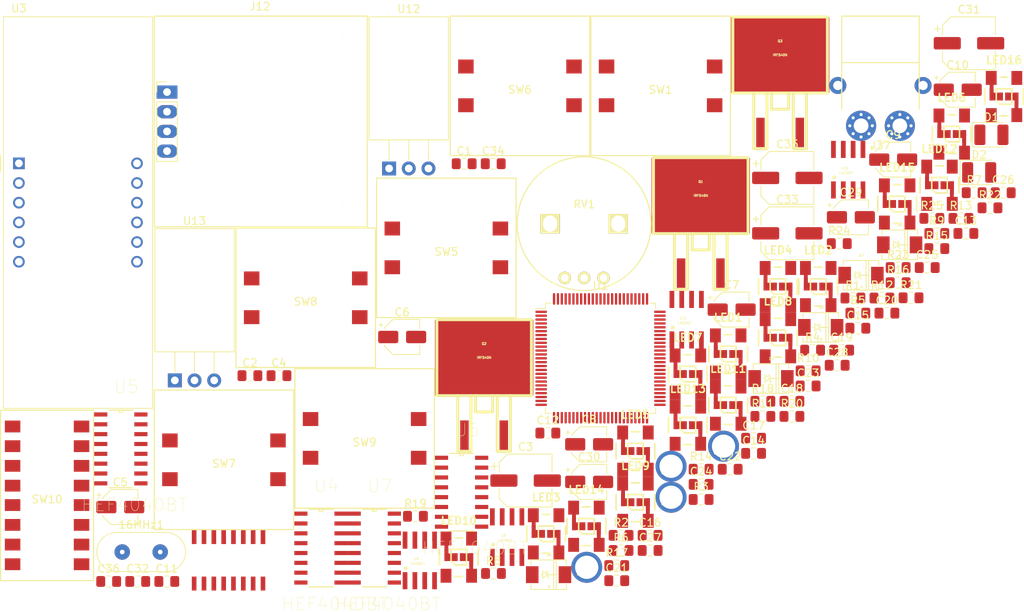
<source format=kicad_pcb>
(kicad_pcb (version 20171130) (host pcbnew 5.0.2-bee76a0~70~ubuntu16.04.1)
  (layers (0 F.Cu signal) (31 B.Cu signal) (34 B.Paste user) (35 F.Paste user) (36 B.SilkS user) (37 F.SilkS user) (38 B.Mask user) (39 F.Mask user) (44 Edge.Cuts user))
  (net 0 "")
  (net 1 +5V)
  (net 2 Earth)
  (net 3 "Net-(Q1-Pad1)")
  (net 4 "Net-(Q2-Pad1)")
  (net 5 R_LED)
  (net 6 RX0)
  (net 7 TX0)
  (net 8 PE2)
  (net 9 PWM1)
  (net 10 PWM2)
  (net 11 PWM3)
  (net 12 PE6)
  (net 13 PE7)
  (net 14 PH2)
  (net 15 PWM4)
  (net 16 PWMH1)
  (net 17 PWMH2)
  (net 18 PH6)
  (net 19 SS)
  (net 20 SCK)
  (net 21 MOSI)
  (net 22 MISO)
  (net 23 G_LED)
  (net 24 B_LED)
  (net 25 FAST_LED)
  (net 26 "Net-(R16-Pad2)")
  (net 27 PH7)
  (net 28 PG3)
  (net 29 PG4)
  (net 30 CLK2)
  (net 31 CLK1)
  (net 32 UP)
  (net 33 RIGHT)
  (net 34 LEFT)
  (net 35 OK)
  (net 36 DOWN)
  (net 37 PWML1)
  (net 38 PWML2)
  (net 39 PWML3)
  (net 40 SCL)
  (net 41 SDA)
  (net 42 RX1)
  (net 43 TX1)
  (net 44 PD4)
  (net 45 PD5)
  (net 46 PD6)
  (net 47 PD7)
  (net 48 PG0)
  (net 49 PG1)
  (net 50 DISPLAY_A)
  (net 51 DISPLAY_B)
  (net 52 DISPLAY_C)
  (net 53 DISPLAY_D)
  (net 54 DISPLAY_1)
  (net 55 DISPLAY_2)
  (net 56 DISPLAY_3)
  (net 57 DISPLAY_4)
  (net 58 "Net-(SW10-Pad16)")
  (net 59 "Net-(SW10-Pad15)")
  (net 60 "Net-(SW10-Pad14)")
  (net 61 "Net-(SW10-Pad13)")
  (net 62 "Net-(SW10-Pad12)")
  (net 63 "Net-(SW10-Pad11)")
  (net 64 "Net-(SW10-Pad10)")
  (net 65 PG2)
  (net 66 INB4)
  (net 67 INB3)
  (net 68 INB2)
  (net 69 INB1)
  (net 70 INA4)
  (net 71 INA3)
  (net 72 INA2)
  (net 73 INA1)
  (net 74 "Net-(SW10-Pad9)")
  (net 75 PK7)
  (net 76 PK6)
  (net 77 LDR)
  (net 78 TMP4)
  (net 79 TMP3)
  (net 80 TMP2)
  (net 81 TMP1)
  (net 82 POT)
  (net 83 EN4)
  (net 84 EN3)
  (net 85 EN2)
  (net 86 EN1)
  (net 87 CS4)
  (net 88 CS3)
  (net 89 CS2)
  (net 90 CS1)
  (net 91 "Net-(U1-Pad98)")
  (net 92 "Net-(U2-Pad9)")
  (net 93 "Net-(U2-Pad10)")
  (net 94 "Net-(U2-Pad4)")
  (net 95 "Net-(U2-Pad11)")
  (net 96 "Net-(U2-Pad14)")
  (net 97 "Net-(U2-Pad12)")
  (net 98 "Net-(U2-Pad15)")
  (net 99 "Net-(U2-Pad13)")
  (net 100 "Net-(U4-Pad15)")
  (net 101 "Net-(U4-Pad14)")
  (net 102 "Net-(U4-Pad13)")
  (net 103 "Net-(U4-Pad12)")
  (net 104 EN_IN1)
  (net 105 "Net-(U4-Pad9)")
  (net 106 "Net-(U4-Pad7)")
  (net 107 "Net-(U4-Pad6)")
  (net 108 "Net-(U4-Pad5)")
  (net 109 "Net-(U4-Pad3)")
  (net 110 EN_T1)
  (net 111 "Net-(U4-Pad1)")
  (net 112 "Net-(U5-Pad15)")
  (net 113 "Net-(U5-Pad14)")
  (net 114 "Net-(U5-Pad13)")
  (net 115 "Net-(U5-Pad12)")
  (net 116 EN_IN2)
  (net 117 "Net-(U5-Pad9)")
  (net 118 "Net-(U5-Pad7)")
  (net 119 "Net-(U5-Pad6)")
  (net 120 "Net-(U5-Pad5)")
  (net 121 "Net-(U5-Pad3)")
  (net 122 EN_T2)
  (net 123 "Net-(U5-Pad1)")
  (net 124 "Net-(U6-Pad1)")
  (net 125 EN_T3)
  (net 126 "Net-(U6-Pad3)")
  (net 127 "Net-(U6-Pad5)")
  (net 128 "Net-(U6-Pad6)")
  (net 129 "Net-(U6-Pad7)")
  (net 130 "Net-(U6-Pad9)")
  (net 131 EN_IN4)
  (net 132 "Net-(U6-Pad12)")
  (net 133 "Net-(U6-Pad13)")
  (net 134 "Net-(U6-Pad14)")
  (net 135 "Net-(U6-Pad15)")
  (net 136 "Net-(U7-Pad1)")
  (net 137 EN_T4)
  (net 138 "Net-(U7-Pad3)")
  (net 139 "Net-(U7-Pad5)")
  (net 140 "Net-(U7-Pad6)")
  (net 141 "Net-(U7-Pad7)")
  (net 142 "Net-(U7-Pad9)")
  (net 143 "Net-(U7-Pad12)")
  (net 144 "Net-(U7-Pad13)")
  (net 145 "Net-(U7-Pad14)")
  (net 146 "Net-(U7-Pad15)")
  (net 147 +5VL)
  (net 148 "Net-(C5-Pad1)")
  (net 149 "Net-(C6-Pad1)")
  (net 150 "Net-(C7-Pad1)")
  (net 151 "Net-(C8-Pad1)")
  (net 152 "Net-(C9-Pad1)")
  (net 153 "Net-(C10-Pad1)")
  (net 154 RESET_Bluetooth)
  (net 155 "Net-(C12-Pad1)")
  (net 156 "Net-(C29-Pad1)")
  (net 157 "Net-(C30-Pad1)")
  (net 158 +5VP)
  (net 159 +12V)
  (net 160 "Net-(D1-Pad1)")
  (net 161 "Net-(D2-Pad2)")
  (net 162 "Net-(D3-Pad1)")
  (net 163 VCC)
  (net 164 "Net-(D4-Pad1)")
  (net 165 "Net-(D5-Pad1)")
  (net 166 "Net-(D7-Pad1)")
  (net 167 "Net-(J29-Pad1)")
  (net 168 "Net-(J30-Pad1)")
  (net 169 "Net-(J31-Pad1)")
  (net 170 "Net-(J32-Pad1)")
  (net 171 "Net-(LED1-Pad2)")
  (net 172 "Net-(LED2-Pad2)")
  (net 173 "Net-(LED3-Pad2)")
  (net 174 "Net-(LED4-Pad2)")
  (net 175 "Net-(LED5-Pad2)")
  (net 176 "Net-(LED6-Pad2)")
  (net 177 "Net-(LED7-Pad2)")
  (net 178 "Net-(LED8-Pad2)")
  (net 179 "Net-(LED10-Pad4)")
  (net 180 "Net-(LED9-Pad4)")
  (net 181 "Net-(LED10-Pad2)")
  (net 182 "Net-(LED11-Pad2)")
  (net 183 "Net-(LED12-Pad2)")
  (net 184 "Net-(LED13-Pad2)")
  (net 185 "Net-(LED14-Pad2)")
  (net 186 "Net-(LED15-Pad2)")
  (net 187 "Net-(LED16-Pad2)")
  (net 188 "Net-(J5-Pad6)")
  (net 189 "Net-(J5-Pad7)")
  (net 190 "Net-(J5-Pad1)")
  (net 191 "Net-(J33-Pad4)")
  (net 192 "Net-(J33-Pad3)")
  (net 193 "Net-(Q3-Pad1)")
  (net 194 "Net-(J33-Pad2)")
  (net 195 "Net-(U4-Pad2)")
  (net 196 "Net-(U5-Pad2)")
  (net 197 "Net-(U6-Pad2)")
  (net 198 "Net-(U7-Pad2)")
  (net 199 RESET_FTDI)
  (module Compluino_03:Crystal (layer F.Cu) (at 89.308001 122.321001)
    (fp_text reference 16MHz1 (at 2.45 -3.525) (layer F.SilkS))
    (fp_text value Crystal)
    (pad 1 thru_hole circle (at 0 0) (size 2 2) (drill 0.6) (layers *.Cu *.Mask) (net 31 CLK1))
    (pad 2 thru_hole circle (at 4.9 0) (size 2 2) (drill 0.6) (layers *.Cu *.Mask) (net 30 CLK2))
  )
  (module Capacitor_SMD:C_0805_2012Metric_Pad1.15x1.40mm_HandSolder (layer F.Cu) (at 133.438001 72.211001)
    (fp_text reference C1 (at 0 -1.65) (layer F.SilkS))
    (fp_text value 22pF)
    (pad 2 smd roundrect (at 1.025 0) (size 1.15 1.4) (layers F.Cu F.Paste F.Mask) (roundrect_rratio 0.217391) (net 2 Earth))
    (pad 1 smd roundrect (at -1.025 0) (size 1.15 1.4) (layers F.Cu F.Paste F.Mask) (roundrect_rratio 0.217391) (net 31 CLK1))
  )
  (module Capacitor_SMD:C_0805_2012Metric_Pad1.15x1.40mm_HandSolder (layer F.Cu) (at 105.788001 99.561001)
    (fp_text reference C2 (at 0 -1.65) (layer F.SilkS))
    (fp_text value 22pF)
    (pad 1 smd roundrect (at -1.025 0) (size 1.15 1.4) (layers F.Cu F.Paste F.Mask) (roundrect_rratio 0.217391) (net 2 Earth))
    (pad 2 smd roundrect (at 1.025 0) (size 1.15 1.4) (layers F.Cu F.Paste F.Mask) (roundrect_rratio 0.217391) (net 30 CLK2))
  )
  (module Capacitor_SMD:CP_Elec_6.3x5.3 (layer F.Cu) (at 141.368001 113.101001)
    (fp_text reference C3 (at 0 -4.35) (layer F.SilkS))
    (fp_text value e47uF)
    (pad 2 smd roundrect (at 2.8 0) (size 3.5 1.6) (layers F.Cu F.Paste F.Mask) (roundrect_rratio 0.15625) (net 2 Earth))
    (pad 1 smd roundrect (at -2.8 0) (size 3.5 1.6) (layers F.Cu F.Paste F.Mask) (roundrect_rratio 0.15625) (net 147 +5VL))
  )
  (module Capacitor_SMD:C_0805_2012Metric_Pad1.15x1.40mm_HandSolder (layer F.Cu) (at 109.538001 99.561001)
    (fp_text reference C4 (at 0 -1.65) (layer F.SilkS))
    (fp_text value 100nF)
    (pad 2 smd roundrect (at 1.025 0) (size 1.15 1.4) (layers F.Cu F.Paste F.Mask) (roundrect_rratio 0.217391) (net 147 +5VL))
    (pad 1 smd roundrect (at -1.025 0) (size 1.15 1.4) (layers F.Cu F.Paste F.Mask) (roundrect_rratio 0.217391) (net 2 Earth))
  )
  (module Capacitor_SMD:CP_Elec_4x5.3 (layer F.Cu) (at 89.058001 116.521001)
    (fp_text reference C5 (at 0 -3.2) (layer F.SilkS))
    (fp_text value e100nF)
    (pad 2 smd roundrect (at 1.8 0) (size 2.6 1.6) (layers F.Cu F.Paste F.Mask) (roundrect_rratio 0.15625) (net 2 Earth))
    (pad 1 smd roundrect (at -1.8 0) (size 2.6 1.6) (layers F.Cu F.Paste F.Mask) (roundrect_rratio 0.15625) (net 148 "Net-(C5-Pad1)"))
  )
  (module Capacitor_SMD:CP_Elec_4x5.3 (layer F.Cu) (at 125.438001 94.571001)
    (fp_text reference C6 (at 0 -3.2) (layer F.SilkS))
    (fp_text value e100nF)
    (pad 2 smd roundrect (at 1.8 0) (size 2.6 1.6) (layers F.Cu F.Paste F.Mask) (roundrect_rratio 0.15625) (net 2 Earth))
    (pad 1 smd roundrect (at -1.8 0) (size 2.6 1.6) (layers F.Cu F.Paste F.Mask) (roundrect_rratio 0.15625) (net 149 "Net-(C6-Pad1)"))
  )
  (module Capacitor_SMD:CP_Elec_4x5.3 (layer F.Cu) (at 167.958001 91.041001)
    (fp_text reference C7 (at 0 -3.2) (layer F.SilkS))
    (fp_text value e100nF)
    (pad 1 smd roundrect (at -1.8 0) (size 2.6 1.6) (layers F.Cu F.Paste F.Mask) (roundrect_rratio 0.15625) (net 150 "Net-(C7-Pad1)"))
    (pad 2 smd roundrect (at 1.8 0) (size 2.6 1.6) (layers F.Cu F.Paste F.Mask) (roundrect_rratio 0.15625) (net 2 Earth))
  )
  (module Capacitor_SMD:CP_Elec_4x5.3 (layer F.Cu) (at 149.568001 108.421001)
    (fp_text reference C8 (at 0 -3.2) (layer F.SilkS))
    (fp_text value e100nF)
    (pad 2 smd roundrect (at 1.8 0) (size 2.6 1.6) (layers F.Cu F.Paste F.Mask) (roundrect_rratio 0.15625) (net 2 Earth))
    (pad 1 smd roundrect (at -1.8 0) (size 2.6 1.6) (layers F.Cu F.Paste F.Mask) (roundrect_rratio 0.15625) (net 151 "Net-(C8-Pad1)"))
  )
  (module Capacitor_SMD:CP_Elec_4x5.3 (layer F.Cu) (at 188.808001 71.681001)
    (fp_text reference C9 (at 0 -3.2) (layer F.SilkS))
    (fp_text value e1uF)
    (pad 1 smd roundrect (at -1.8 0) (size 2.6 1.6) (layers F.Cu F.Paste F.Mask) (roundrect_rratio 0.15625) (net 152 "Net-(C9-Pad1)"))
    (pad 2 smd roundrect (at 1.8 0) (size 2.6 1.6) (layers F.Cu F.Paste F.Mask) (roundrect_rratio 0.15625) (net 2 Earth))
  )
  (module Capacitor_SMD:CP_Elec_4x5.3 (layer F.Cu) (at 197.138001 62.661001)
    (fp_text reference C10 (at 0 -3.2) (layer F.SilkS))
    (fp_text value e1uF)
    (pad 1 smd roundrect (at -1.8 0) (size 2.6 1.6) (layers F.Cu F.Paste F.Mask) (roundrect_rratio 0.15625) (net 153 "Net-(C10-Pad1)"))
    (pad 2 smd roundrect (at 1.8 0) (size 2.6 1.6) (layers F.Cu F.Paste F.Mask) (roundrect_rratio 0.15625) (net 2 Earth))
  )
  (module Capacitor_SMD:C_0805_2012Metric_Pad1.15x1.40mm_HandSolder (layer F.Cu) (at 95.058001 126.121001)
    (fp_text reference C11 (at 0 -1.65) (layer F.SilkS))
    (fp_text value 100nF)
    (pad 1 smd roundrect (at -1.025 0) (size 1.15 1.4) (layers F.Cu F.Paste F.Mask) (roundrect_rratio 0.217391) (net 147 +5VL))
    (pad 2 smd roundrect (at 1.025 0) (size 1.15 1.4) (layers F.Cu F.Paste F.Mask) (roundrect_rratio 0.217391) (net 2 Earth))
  )
  (module Capacitor_SMD:C_0805_2012Metric_Pad1.15x1.40mm_HandSolder (layer F.Cu) (at 144.238001 106.971001)
    (fp_text reference C12 (at 0 -1.65) (layer F.SilkS))
    (fp_text value 220nF)
    (pad 2 smd roundrect (at 1.025 0) (size 1.15 1.4) (layers F.Cu F.Paste F.Mask) (roundrect_rratio 0.217391) (net 199 RESET_FTDI))
    (pad 1 smd roundrect (at -1.025 0) (size 1.15 1.4) (layers F.Cu F.Paste F.Mask) (roundrect_rratio 0.217391) (net 155 "Net-(C12-Pad1)"))
  )
  (module Capacitor_SMD:C_0805_2012Metric_Pad1.15x1.40mm_HandSolder (layer F.Cu) (at 198.188001 81.211001)
    (fp_text reference C13 (at 0 -1.65) (layer F.SilkS))
    (fp_text value 100nF)
    (pad 1 smd roundrect (at -1.025 0) (size 1.15 1.4) (layers F.Cu F.Paste F.Mask) (roundrect_rratio 0.217391) (net 155 "Net-(C12-Pad1)"))
    (pad 2 smd roundrect (at 1.025 0) (size 1.15 1.4) (layers F.Cu F.Paste F.Mask) (roundrect_rratio 0.217391) (net 2 Earth))
  )
  (module Capacitor_SMD:C_0805_2012Metric_Pad1.15x1.40mm_HandSolder (layer F.Cu) (at 170.788001 109.591001)
    (fp_text reference C14 (at 0 -1.65) (layer F.SilkS))
    (fp_text value 100nF)
    (pad 2 smd roundrect (at 1.025 0) (size 1.15 1.4) (layers F.Cu F.Paste F.Mask) (roundrect_rratio 0.217391) (net 2 Earth))
    (pad 1 smd roundrect (at -1.025 0) (size 1.15 1.4) (layers F.Cu F.Paste F.Mask) (roundrect_rratio 0.217391) (net 147 +5VL))
  )
  (module Capacitor_SMD:C_0805_2012Metric_Pad1.15x1.40mm_HandSolder (layer F.Cu) (at 184.248001 93.441001)
    (fp_text reference C15 (at 0 -1.65) (layer F.SilkS))
    (fp_text value 100nF)
    (pad 1 smd roundrect (at -1.025 0) (size 1.15 1.4) (layers F.Cu F.Paste F.Mask) (roundrect_rratio 0.217391) (net 147 +5VL))
    (pad 2 smd roundrect (at 1.025 0) (size 1.15 1.4) (layers F.Cu F.Paste F.Mask) (roundrect_rratio 0.217391) (net 2 Earth))
  )
  (module Capacitor_SMD:C_0805_2012Metric_Pad1.15x1.40mm_HandSolder (layer F.Cu) (at 157.438001 120.171001)
    (fp_text reference C16 (at 0 -1.65) (layer F.SilkS))
    (fp_text value 100nF)
    (pad 1 smd roundrect (at -1.025 0) (size 1.15 1.4) (layers F.Cu F.Paste F.Mask) (roundrect_rratio 0.217391) (net 147 +5VL))
    (pad 2 smd roundrect (at 1.025 0) (size 1.15 1.4) (layers F.Cu F.Paste F.Mask) (roundrect_rratio 0.217391) (net 2 Earth))
  )
  (module Capacitor_SMD:C_0805_2012Metric_Pad1.15x1.40mm_HandSolder (layer F.Cu) (at 170.788001 107.641001)
    (fp_text reference C17 (at 0 -1.65) (layer F.SilkS))
    (fp_text value 100nF)
    (pad 1 smd roundrect (at -1.025 0) (size 1.15 1.4) (layers F.Cu F.Paste F.Mask) (roundrect_rratio 0.217391) (net 147 +5VL))
    (pad 2 smd roundrect (at 1.025 0) (size 1.15 1.4) (layers F.Cu F.Paste F.Mask) (roundrect_rratio 0.217391) (net 2 Earth))
  )
  (module Capacitor_SMD:C_0805_2012Metric_Pad1.15x1.40mm_HandSolder (layer F.Cu) (at 175.738001 102.871001)
    (fp_text reference C18 (at 0 -1.65) (layer F.SilkS))
    (fp_text value 100nF)
    (pad 2 smd roundrect (at 1.025 0) (size 1.15 1.4) (layers F.Cu F.Paste F.Mask) (roundrect_rratio 0.217391) (net 2 Earth))
    (pad 1 smd roundrect (at -1.025 0) (size 1.15 1.4) (layers F.Cu F.Paste F.Mask) (roundrect_rratio 0.217391) (net 147 +5VL))
  )
  (module Capacitor_SMD:C_0805_2012Metric_Pad1.15x1.40mm_HandSolder (layer F.Cu) (at 182.158001 96.271001)
    (fp_text reference C19 (at 0 -1.65) (layer F.SilkS))
    (fp_text value 100nF)
    (pad 2 smd roundrect (at 1.025 0) (size 1.15 1.4) (layers F.Cu F.Paste F.Mask) (roundrect_rratio 0.217391) (net 2 Earth))
    (pad 1 smd roundrect (at -1.025 0) (size 1.15 1.4) (layers F.Cu F.Paste F.Mask) (roundrect_rratio 0.217391) (net 147 +5VL))
  )
  (module Capacitor_SMD:C_0805_2012Metric_Pad1.15x1.40mm_HandSolder (layer F.Cu) (at 187.998001 91.491001)
    (fp_text reference C20 (at 0 -1.65) (layer F.SilkS))
    (fp_text value 100nF)
    (pad 2 smd roundrect (at 1.025 0) (size 1.15 1.4) (layers F.Cu F.Paste F.Mask) (roundrect_rratio 0.217391) (net 2 Earth))
    (pad 1 smd roundrect (at -1.025 0) (size 1.15 1.4) (layers F.Cu F.Paste F.Mask) (roundrect_rratio 0.217391) (net 147 +5VL))
  )
  (module Capacitor_SMD:C_0805_2012Metric_Pad1.15x1.40mm_HandSolder (layer F.Cu) (at 153.128001 126.021001)
    (fp_text reference C21 (at 0 -1.65) (layer F.SilkS))
    (fp_text value 100nF)
    (pad 1 smd roundrect (at -1.025 0) (size 1.15 1.4) (layers F.Cu F.Paste F.Mask) (roundrect_rratio 0.217391) (net 147 +5VL))
    (pad 2 smd roundrect (at 1.025 0) (size 1.15 1.4) (layers F.Cu F.Paste F.Mask) (roundrect_rratio 0.217391) (net 2 Earth))
  )
  (module Capacitor_SMD:C_0805_2012Metric_Pad1.15x1.40mm_HandSolder (layer F.Cu) (at 167.768001 111.641001)
    (fp_text reference C22 (at 0 -1.65) (layer F.SilkS))
    (fp_text value 100nF)
    (pad 1 smd roundrect (at -1.025 0) (size 1.15 1.4) (layers F.Cu F.Paste F.Mask) (roundrect_rratio 0.217391) (net 147 +5VL))
    (pad 2 smd roundrect (at 1.025 0) (size 1.15 1.4) (layers F.Cu F.Paste F.Mask) (roundrect_rratio 0.217391) (net 2 Earth))
  )
  (module Capacitor_SMD:C_0805_2012Metric_Pad1.15x1.40mm_HandSolder (layer F.Cu) (at 177.828001 100.891001)
    (fp_text reference C23 (at 0 -1.65) (layer F.SilkS))
    (fp_text value 100nF)
    (pad 1 smd roundrect (at -1.025 0) (size 1.15 1.4) (layers F.Cu F.Paste F.Mask) (roundrect_rratio 0.217391) (net 147 +5VL))
    (pad 2 smd roundrect (at 1.025 0) (size 1.15 1.4) (layers F.Cu F.Paste F.Mask) (roundrect_rratio 0.217391) (net 2 Earth))
  )
  (module Capacitor_SMD:C_0805_2012Metric_Pad1.15x1.40mm_HandSolder (layer F.Cu) (at 164.018001 113.591001)
    (fp_text reference C24 (at 0 -1.65) (layer F.SilkS))
    (fp_text value 100nF)
    (pad 2 smd roundrect (at 1.025 0) (size 1.15 1.4) (layers F.Cu F.Paste F.Mask) (roundrect_rratio 0.217391) (net 2 Earth))
    (pad 1 smd roundrect (at -1.025 0) (size 1.15 1.4) (layers F.Cu F.Paste F.Mask) (roundrect_rratio 0.217391) (net 147 +5VL))
  )
  (module Capacitor_SMD:C_0805_2012Metric_Pad1.15x1.40mm_HandSolder (layer F.Cu) (at 193.198001 85.611001)
    (fp_text reference C25 (at 0 -1.65) (layer F.SilkS))
    (fp_text value 100nF)
    (pad 2 smd roundrect (at 1.025 0) (size 1.15 1.4) (layers F.Cu F.Paste F.Mask) (roundrect_rratio 0.217391) (net 2 Earth))
    (pad 1 smd roundrect (at -1.025 0) (size 1.15 1.4) (layers F.Cu F.Paste F.Mask) (roundrect_rratio 0.217391) (net 147 +5VL))
  )
  (module Capacitor_SMD:C_0805_2012Metric_Pad1.15x1.40mm_HandSolder (layer F.Cu) (at 203.008001 75.951001)
    (fp_text reference C26 (at 0 -1.65) (layer F.SilkS))
    (fp_text value 100nF)
    (pad 2 smd roundrect (at 1.025 0) (size 1.15 1.4) (layers F.Cu F.Paste F.Mask) (roundrect_rratio 0.217391) (net 2 Earth))
    (pad 1 smd roundrect (at -1.025 0) (size 1.15 1.4) (layers F.Cu F.Paste F.Mask) (roundrect_rratio 0.217391) (net 147 +5VL))
  )
  (module Capacitor_SMD:C_0805_2012Metric_Pad1.15x1.40mm_HandSolder (layer F.Cu) (at 157.438001 122.121001)
    (fp_text reference C27 (at 0 -1.65) (layer F.SilkS))
    (fp_text value 100nF)
    (pad 2 smd roundrect (at 1.025 0) (size 1.15 1.4) (layers F.Cu F.Paste F.Mask) (roundrect_rratio 0.217391) (net 2 Earth))
    (pad 1 smd roundrect (at -1.025 0) (size 1.15 1.4) (layers F.Cu F.Paste F.Mask) (roundrect_rratio 0.217391) (net 147 +5VL))
  )
  (module Capacitor_SMD:C_0805_2012Metric_Pad1.15x1.40mm_HandSolder (layer F.Cu) (at 181.578001 98.221001)
    (fp_text reference C28 (at 0 -1.65) (layer F.SilkS))
    (fp_text value 100nF)
    (pad 1 smd roundrect (at -1.025 0) (size 1.15 1.4) (layers F.Cu F.Paste F.Mask) (roundrect_rratio 0.217391) (net 147 +5VL))
    (pad 2 smd roundrect (at 1.025 0) (size 1.15 1.4) (layers F.Cu F.Paste F.Mask) (roundrect_rratio 0.217391) (net 2 Earth))
  )
  (module Capacitor_SMD:CP_Elec_4x5.3 (layer F.Cu) (at 183.348001 79.121001)
    (fp_text reference C29 (at 0 -3.2) (layer F.SilkS))
    (fp_text value e1uF)
    (pad 1 smd roundrect (at -1.8 0) (size 2.6 1.6) (layers F.Cu F.Paste F.Mask) (roundrect_rratio 0.15625) (net 156 "Net-(C29-Pad1)"))
    (pad 2 smd roundrect (at 1.8 0) (size 2.6 1.6) (layers F.Cu F.Paste F.Mask) (roundrect_rratio 0.15625) (net 2 Earth))
  )
  (module Capacitor_SMD:CP_Elec_4x5.3 (layer F.Cu) (at 149.568001 113.271001)
    (fp_text reference C30 (at 0 -3.2) (layer F.SilkS))
    (fp_text value e1uF)
    (pad 2 smd roundrect (at 1.8 0) (size 2.6 1.6) (layers F.Cu F.Paste F.Mask) (roundrect_rratio 0.15625) (net 2 Earth))
    (pad 1 smd roundrect (at -1.8 0) (size 2.6 1.6) (layers F.Cu F.Paste F.Mask) (roundrect_rratio 0.15625) (net 157 "Net-(C30-Pad1)"))
  )
  (module Capacitor_SMD:CP_Elec_6.3x5.3 (layer F.Cu) (at 198.588001 56.661001)
    (fp_text reference C31 (at 0 -4.35) (layer F.SilkS))
    (fp_text value e47uF)
    (pad 2 smd roundrect (at 2.8 0) (size 3.5 1.6) (layers F.Cu F.Paste F.Mask) (roundrect_rratio 0.15625) (net 2 Earth))
    (pad 1 smd roundrect (at -2.8 0) (size 3.5 1.6) (layers F.Cu F.Paste F.Mask) (roundrect_rratio 0.15625) (net 158 +5VP))
  )
  (module Capacitor_SMD:C_0805_2012Metric_Pad1.15x1.40mm_HandSolder (layer F.Cu) (at 91.308001 126.121001)
    (fp_text reference C32 (at 0 -1.65) (layer F.SilkS))
    (fp_text value 100nF)
    (pad 2 smd roundrect (at 1.025 0) (size 1.15 1.4) (layers F.Cu F.Paste F.Mask) (roundrect_rratio 0.217391) (net 158 +5VP))
    (pad 1 smd roundrect (at -1.025 0) (size 1.15 1.4) (layers F.Cu F.Paste F.Mask) (roundrect_rratio 0.217391) (net 2 Earth))
  )
  (module Capacitor_SMD:CP_Elec_6.3x5.3 (layer F.Cu) (at 175.148001 81.191001)
    (fp_text reference C33 (at 0 -4.35) (layer F.SilkS))
    (fp_text value e47uF)
    (pad 1 smd roundrect (at -2.8 0) (size 3.5 1.6) (layers F.Cu F.Paste F.Mask) (roundrect_rratio 0.15625) (net 1 +5V))
    (pad 2 smd roundrect (at 2.8 0) (size 3.5 1.6) (layers F.Cu F.Paste F.Mask) (roundrect_rratio 0.15625) (net 2 Earth))
  )
  (module Capacitor_SMD:C_0805_2012Metric_Pad1.15x1.40mm_HandSolder (layer F.Cu) (at 137.188001 72.211001)
    (fp_text reference C34 (at 0 -1.65) (layer F.SilkS))
    (fp_text value 100nF)
    (pad 1 smd roundrect (at -1.025 0) (size 1.15 1.4) (layers F.Cu F.Paste F.Mask) (roundrect_rratio 0.217391) (net 2 Earth))
    (pad 2 smd roundrect (at 1.025 0) (size 1.15 1.4) (layers F.Cu F.Paste F.Mask) (roundrect_rratio 0.217391) (net 1 +5V))
  )
  (module Capacitor_SMD:CP_Elec_6.3x5.3 (layer F.Cu) (at 175.148001 74.041001)
    (fp_text reference C35 (at 0 -4.35) (layer F.SilkS))
    (fp_text value e47uF)
    (pad 1 smd roundrect (at -2.8 0) (size 3.5 1.6) (layers F.Cu F.Paste F.Mask) (roundrect_rratio 0.15625) (net 159 +12V))
    (pad 2 smd roundrect (at 2.8 0) (size 3.5 1.6) (layers F.Cu F.Paste F.Mask) (roundrect_rratio 0.15625) (net 2 Earth))
  )
  (module Capacitor_SMD:C_0805_2012Metric_Pad1.15x1.40mm_HandSolder (layer F.Cu) (at 87.558001 126.121001)
    (fp_text reference C36 (at 0 -1.65) (layer F.SilkS))
    (fp_text value 100nF)
    (pad 1 smd roundrect (at -1.025 0) (size 1.15 1.4) (layers F.Cu F.Paste F.Mask) (roundrect_rratio 0.217391) (net 2 Earth))
    (pad 2 smd roundrect (at 1.025 0) (size 1.15 1.4) (layers F.Cu F.Paste F.Mask) (roundrect_rratio 0.217391) (net 159 +12V))
  )
  (module LED_SMD:LED_1210_3225Metric_Pad1.42x2.65mm_HandSolder (layer F.Cu) (at 201.483001 68.481001)
    (fp_text reference D1 (at 0 -2.28) (layer F.SilkS))
    (fp_text value LED)
    (pad 2 smd roundrect (at 1.4875 0) (size 1.425 2.65) (layers F.Cu F.Paste F.Mask) (roundrect_rratio 0.175439) (net 1 +5V))
    (pad 1 smd roundrect (at -1.4875 0) (size 1.425 2.65) (layers F.Cu F.Paste F.Mask) (roundrect_rratio 0.175439) (net 160 "Net-(D1-Pad1)"))
  )
  (module LED_SMD:LED_1210_3225Metric_Pad1.42x2.65mm_HandSolder (layer F.Cu) (at 199.903001 73.331001)
    (fp_text reference D2 (at 0 -2.28) (layer F.SilkS))
    (fp_text value LED)
    (pad 1 smd roundrect (at -1.4875 0) (size 1.425 2.65) (layers F.Cu F.Paste F.Mask) (roundrect_rratio 0.175439) (net 2 Earth))
    (pad 2 smd roundrect (at 1.4875 0) (size 1.425 2.65) (layers F.Cu F.Paste F.Mask) (roundrect_rratio 0.175439) (net 161 "Net-(D2-Pad2)"))
  )
  (module other:DO-214AA (layer F.Cu) (at 179.454 93.334501)
    (fp_text reference D3 (at 0.0508 -2.55016) (layer F.SilkS) (effects (font (size 0.29972 0.29972) (thickness 0.0762))))
    (fp_text value D (at 0.0508 1.5494) (layer F.SilkS) (effects (font (size 0.29972 0.29972) (thickness 0.0762))))
    (pad 1 smd rect (at -2.11074 0) (size 1.62052 2.17932) (layers F.Cu F.Paste F.Mask) (net 162 "Net-(D3-Pad1)"))
    (pad 2 smd rect (at 2.11074 0) (size 1.62052 2.17932) (layers F.Cu F.Paste F.Mask) (net 163 VCC))
  )
  (module other:DO-214AA (layer F.Cu) (at 173.034 99.934501)
    (fp_text reference D4 (at 0.0508 -2.55016) (layer F.SilkS) (effects (font (size 0.29972 0.29972) (thickness 0.0762))))
    (fp_text value D (at 0.0508 1.5494) (layer F.SilkS) (effects (font (size 0.29972 0.29972) (thickness 0.0762))))
    (pad 2 smd rect (at 2.11074 0) (size 1.62052 2.17932) (layers F.Cu F.Paste F.Mask) (net 163 VCC))
    (pad 1 smd rect (at -2.11074 0) (size 1.62052 2.17932) (layers F.Cu F.Paste F.Mask) (net 164 "Net-(D4-Pad1)"))
  )
  (module other:DO-214AA (layer F.Cu) (at 189.644 82.674501)
    (fp_text reference D5 (at 0.0508 -2.55016) (layer F.SilkS) (effects (font (size 0.29972 0.29972) (thickness 0.0762))))
    (fp_text value D (at 0.0508 1.5494) (layer F.SilkS) (effects (font (size 0.29972 0.29972) (thickness 0.0762))))
    (pad 2 smd rect (at 2.11074 0) (size 1.62052 2.17932) (layers F.Cu F.Paste F.Mask) (net 163 VCC))
    (pad 1 smd rect (at -2.11074 0) (size 1.62052 2.17932) (layers F.Cu F.Paste F.Mask) (net 165 "Net-(D5-Pad1)"))
  )
  (module other:DO-214AA (layer F.Cu) (at 144.334 125.244501)
    (fp_text reference D6 (at 0.0508 -2.55016) (layer F.SilkS) (effects (font (size 0.29972 0.29972) (thickness 0.0762))))
    (fp_text value D (at 0.0508 1.5494) (layer F.SilkS) (effects (font (size 0.29972 0.29972) (thickness 0.0762))))
    (pad 1 smd rect (at -2.11074 0) (size 1.62052 2.17932) (layers F.Cu F.Paste F.Mask) (net 164 "Net-(D4-Pad1)"))
    (pad 2 smd rect (at 2.11074 0) (size 1.62052 2.17932) (layers F.Cu F.Paste F.Mask) (net 163 VCC))
  )
  (module other:DO-214AA (layer F.Cu) (at 184.654 86.604501)
    (fp_text reference D7 (at 0.0508 -2.55016) (layer F.SilkS) (effects (font (size 0.29972 0.29972) (thickness 0.0762))))
    (fp_text value D (at 0.0508 1.5494) (layer F.SilkS) (effects (font (size 0.29972 0.29972) (thickness 0.0762))))
    (pad 1 smd rect (at -2.11074 0) (size 1.62052 2.17932) (layers F.Cu F.Paste F.Mask) (net 166 "Net-(D7-Pad1)"))
    (pad 2 smd rect (at 2.11074 0) (size 1.62052 2.17932) (layers F.Cu F.Paste F.Mask) (net 163 VCC))
  )
  (module Compluino_03:OLED (layer F.Cu) (at 107.188001 66.761001)
    (fp_text reference J12 (at -0.1 -14.8334) (layer F.SilkS))
    (fp_text value Conn_01x04_OLED)
    (pad "" np_thru_hole circle (at 11.75 -10.6) (size 2.5 2.5) (drill 2.5) (layers *.Cu *.Mask F.SilkS))
    (pad 1 thru_hole rect (at -12.1 -3.8) (size 2.7 1.7) (drill 1) (layers *.Cu *.Mask) (net 41 SDA))
    (pad 2 thru_hole oval (at -12.1 -1.26) (size 2.7 1.7) (drill 1) (layers *.Cu *.Mask) (net 40 SCL))
    (pad 3 thru_hole oval (at -12.1 1.28) (size 2.7 1.7) (drill 1) (layers *.Cu *.Mask) (net 1 +5V))
    (pad 4 thru_hole oval (at -12.1 3.82) (size 2.7 1.7) (drill 1) (layers *.Cu *.Mask) (net 2 Earth))
    (pad "" np_thru_hole circle (at 11.75 10.6) (size 2.5 2.5) (drill 2.5) (layers *.Cu *.Mask F.SilkS))
  )
  (module huellas:hole (layer F.Cu) (at 149.253 124.296)
    (fp_text reference J29 (at 0 0.5) (layer F.SilkS))
    (fp_text value HOLE1)
    (pad 1 thru_hole circle (at 0 0) (size 4 4) (drill 3) (layers *.Cu *.Mask) (net 167 "Net-(J29-Pad1)"))
  )
  (module huellas:hole (layer F.Cu) (at 160.143 111.256)
    (fp_text reference J30 (at 0 0.5) (layer F.SilkS))
    (fp_text value HOLE2)
    (pad 1 thru_hole circle (at 0 0) (size 4 4) (drill 3) (layers *.Cu *.Mask) (net 168 "Net-(J30-Pad1)"))
  )
  (module huellas:hole (layer F.Cu) (at 160.143 115.256)
    (fp_text reference J31 (at 0 0.5) (layer F.SilkS))
    (fp_text value HOLE3)
    (pad 1 thru_hole circle (at 0 0) (size 4 4) (drill 3) (layers *.Cu *.Mask) (net 169 "Net-(J31-Pad1)"))
  )
  (module huellas:hole (layer F.Cu) (at 166.913 108.666)
    (fp_text reference J32 (at 0 0.5) (layer F.SilkS))
    (fp_text value HOLE4)
    (pad 1 thru_hole circle (at 0 0) (size 4 4) (drill 3) (layers *.Cu *.Mask) (net 170 "Net-(J32-Pad1)"))
  )
  (module proyectoAjeno:XT30PW-F2 (layer F.Cu) (at 187.163 67.311001)
    (fp_text reference J37 (at 0 2.54) (layer F.SilkS))
    (fp_text value Conn_01x02_INPUT)
    (pad 2 thru_hole circle (at -2.5 0) (size 3.9 3.9) (drill 1.9) (layers *.Cu *.Mask) (net 2 Earth))
    (pad 1 thru_hole circle (at 2.5 0) (size 3.9 3.9) (drill 1.9) (layers *.Cu *.Mask) (net 163 VCC))
    (pad "" thru_hole circle (at 5.5 -5.2) (size 2.2 2.2) (drill 1.2) (layers *.Cu *.Mask))
    (pad "" thru_hole circle (at -5.5 -5.2) (size 2.2 2.2) (drill 1.2) (layers *.Cu *.Mask))
    (pad 2 thru_hole circle (at -3.95 0) (size 0.6 0.6) (drill 0.4) (layers *.Cu *.Mask) (net 2 Earth))
    (pad 2 thru_hole circle (at -3.525 1.025) (size 0.6 0.6) (drill 0.4) (layers *.Cu *.Mask) (net 2 Earth))
    (pad 2 thru_hole circle (at -2.5 1.45) (size 0.6 0.6) (drill 0.4) (layers *.Cu *.Mask) (net 2 Earth))
    (pad 2 thru_hole circle (at -1.05 0) (size 0.6 0.6) (drill 0.4) (layers *.Cu *.Mask) (net 2 Earth))
    (pad 2 thru_hole circle (at -1.475 1.025) (size 0.6 0.6) (drill 0.4) (layers *.Cu *.Mask) (net 2 Earth))
    (pad 2 thru_hole circle (at -1.475 -1.025) (size 0.6 0.6) (drill 0.4) (layers *.Cu *.Mask) (net 2 Earth))
    (pad 2 thru_hole circle (at -2.5 -1.45) (size 0.6 0.6) (drill 0.4) (layers *.Cu *.Mask) (net 2 Earth))
    (pad 2 thru_hole circle (at -3.525 -1.025) (size 0.6 0.6) (drill 0.4) (layers *.Cu *.Mask) (net 2 Earth))
    (pad 1 thru_hole circle (at 3.95 0) (size 0.6 0.6) (drill 0.4) (layers *.Cu *.Mask) (net 163 VCC))
    (pad 1 thru_hole circle (at 3.525 1.025) (size 0.6 0.6) (drill 0.4) (layers *.Cu *.Mask) (net 163 VCC))
    (pad 1 thru_hole circle (at 2.5 1.45) (size 0.6 0.6) (drill 0.4) (layers *.Cu *.Mask) (net 163 VCC))
    (pad 1 thru_hole circle (at 1.475 1.025) (size 0.6 0.6) (drill 0.4) (layers *.Cu *.Mask) (net 163 VCC))
    (pad 1 thru_hole circle (at 1.05 0) (size 0.6 0.6) (drill 0.4) (layers *.Cu *.Mask) (net 163 VCC))
    (pad 1 thru_hole circle (at 1.475 -1.025) (size 0.6 0.6) (drill 0.4) (layers *.Cu *.Mask) (net 163 VCC))
    (pad 1 thru_hole circle (at 2.5 -1.45) (size 0.6 0.6) (drill 0.4) (layers *.Cu *.Mask) (net 163 VCC))
    (pad 1 thru_hole circle (at 3.525 -1.025) (size 0.6 0.6) (drill 0.4) (layers *.Cu *.Mask) (net 163 VCC))
  )
  (module WS2812B:WS2812B_data-bridgeable (layer F.Cu) (at 167.513001 96.766)
    (fp_text reference LED1 (at 0 -4.7) (layer F.SilkS) (effects (font (thickness 0.2))))
    (fp_text value WS2812B hide)
    (pad 1 smd rect (at 1.65 -2.4) (size 1.4 1.8) (layers F.Cu F.Paste F.Mask) (net 147 +5VL))
    (pad 2 smd rect (at -1.65 -2.4) (size 1.4 1.8) (layers F.Cu F.Paste F.Mask) (net 171 "Net-(LED1-Pad2)"))
    (pad 3 smd rect (at -1.65 2.4) (size 1.4 1.8) (layers F.Cu F.Paste F.Mask) (net 2 Earth))
    (pad 4 smd rect (at 1.65 2.4) (size 1.4 1.8) (layers F.Cu F.Paste F.Mask) (net 25 FAST_LED))
    (pad 4 smd rect (at 1.6 1) (size 0.5 3) (layers F.Cu) (net 25 FAST_LED))
    (pad 2 smd rect (at -1 0) (size 1.7 1) (layers F.Cu) (net 171 "Net-(LED1-Pad2)"))
    (pad 4 smd rect (at 1 0) (size 1.7 1) (layers F.Cu) (net 25 FAST_LED))
    (pad 2 smd rect (at -1.6 -1) (size 0.5 3) (layers F.Cu) (net 171 "Net-(LED1-Pad2)"))
    (pad 4 smd rect (at 0.4 0) (size 0.5 1) (layers F.Cu F.Mask) (net 25 FAST_LED))
    (pad 2 smd rect (at -0.4 0) (size 0.5 1) (layers F.Cu F.Mask) (net 171 "Net-(LED1-Pad2)"))
    (pad 2 smd rect (at -1.6 -0.3) (size 0.5 1.6) (layers F.Cu) (net 171 "Net-(LED1-Pad2)"))
    (pad 4 smd rect (at 1.6 0.3) (size 0.5 1.6) (layers F.Cu) (net 25 FAST_LED))
  )
  (module WS2812B:WS2812B_data-bridgeable (layer F.Cu) (at 179.133001 88.066)
    (fp_text reference LED2 (at 0 -4.7) (layer F.SilkS) (effects (font (thickness 0.2))))
    (fp_text value WS2812B hide)
    (pad 4 smd rect (at 1.6 0.3) (size 0.5 1.6) (layers F.Cu) (net 171 "Net-(LED1-Pad2)"))
    (pad 2 smd rect (at -1.6 -0.3) (size 0.5 1.6) (layers F.Cu) (net 172 "Net-(LED2-Pad2)"))
    (pad 2 smd rect (at -0.4 0) (size 0.5 1) (layers F.Cu F.Mask) (net 172 "Net-(LED2-Pad2)"))
    (pad 4 smd rect (at 0.4 0) (size 0.5 1) (layers F.Cu F.Mask) (net 171 "Net-(LED1-Pad2)"))
    (pad 2 smd rect (at -1.6 -1) (size 0.5 3) (layers F.Cu) (net 172 "Net-(LED2-Pad2)"))
    (pad 4 smd rect (at 1 0) (size 1.7 1) (layers F.Cu) (net 171 "Net-(LED1-Pad2)"))
    (pad 2 smd rect (at -1 0) (size 1.7 1) (layers F.Cu) (net 172 "Net-(LED2-Pad2)"))
    (pad 4 smd rect (at 1.6 1) (size 0.5 3) (layers F.Cu) (net 171 "Net-(LED1-Pad2)"))
    (pad 4 smd rect (at 1.65 2.4) (size 1.4 1.8) (layers F.Cu F.Paste F.Mask) (net 171 "Net-(LED1-Pad2)"))
    (pad 3 smd rect (at -1.65 2.4) (size 1.4 1.8) (layers F.Cu F.Paste F.Mask) (net 2 Earth))
    (pad 2 smd rect (at -1.65 -2.4) (size 1.4 1.8) (layers F.Cu F.Paste F.Mask) (net 172 "Net-(LED2-Pad2)"))
    (pad 1 smd rect (at 1.65 -2.4) (size 1.4 1.8) (layers F.Cu F.Paste F.Mask) (net 147 +5VL))
  )
  (module WS2812B:WS2812B_data-bridgeable (layer F.Cu) (at 144.013001 119.976)
    (fp_text reference LED3 (at 0 -4.7) (layer F.SilkS) (effects (font (thickness 0.2))))
    (fp_text value WS2812B hide)
    (pad 1 smd rect (at 1.65 -2.4) (size 1.4 1.8) (layers F.Cu F.Paste F.Mask) (net 147 +5VL))
    (pad 2 smd rect (at -1.65 -2.4) (size 1.4 1.8) (layers F.Cu F.Paste F.Mask) (net 173 "Net-(LED3-Pad2)"))
    (pad 3 smd rect (at -1.65 2.4) (size 1.4 1.8) (layers F.Cu F.Paste F.Mask) (net 2 Earth))
    (pad 4 smd rect (at 1.65 2.4) (size 1.4 1.8) (layers F.Cu F.Paste F.Mask) (net 172 "Net-(LED2-Pad2)"))
    (pad 4 smd rect (at 1.6 1) (size 0.5 3) (layers F.Cu) (net 172 "Net-(LED2-Pad2)"))
    (pad 2 smd rect (at -1 0) (size 1.7 1) (layers F.Cu) (net 173 "Net-(LED3-Pad2)"))
    (pad 4 smd rect (at 1 0) (size 1.7 1) (layers F.Cu) (net 172 "Net-(LED2-Pad2)"))
    (pad 2 smd rect (at -1.6 -1) (size 0.5 3) (layers F.Cu) (net 173 "Net-(LED3-Pad2)"))
    (pad 4 smd rect (at 0.4 0) (size 0.5 1) (layers F.Cu F.Mask) (net 172 "Net-(LED2-Pad2)"))
    (pad 2 smd rect (at -0.4 0) (size 0.5 1) (layers F.Cu F.Mask) (net 173 "Net-(LED3-Pad2)"))
    (pad 2 smd rect (at -1.6 -0.3) (size 0.5 1.6) (layers F.Cu) (net 173 "Net-(LED3-Pad2)"))
    (pad 4 smd rect (at 1.6 0.3) (size 0.5 1.6) (layers F.Cu) (net 172 "Net-(LED2-Pad2)"))
  )
  (module WS2812B:WS2812B_data-bridgeable (layer F.Cu) (at 173.933001 88.066)
    (fp_text reference LED4 (at 0 -4.7) (layer F.SilkS) (effects (font (thickness 0.2))))
    (fp_text value WS2812B hide)
    (pad 4 smd rect (at 1.6 0.3) (size 0.5 1.6) (layers F.Cu) (net 173 "Net-(LED3-Pad2)"))
    (pad 2 smd rect (at -1.6 -0.3) (size 0.5 1.6) (layers F.Cu) (net 174 "Net-(LED4-Pad2)"))
    (pad 2 smd rect (at -0.4 0) (size 0.5 1) (layers F.Cu F.Mask) (net 174 "Net-(LED4-Pad2)"))
    (pad 4 smd rect (at 0.4 0) (size 0.5 1) (layers F.Cu F.Mask) (net 173 "Net-(LED3-Pad2)"))
    (pad 2 smd rect (at -1.6 -1) (size 0.5 3) (layers F.Cu) (net 174 "Net-(LED4-Pad2)"))
    (pad 4 smd rect (at 1 0) (size 1.7 1) (layers F.Cu) (net 173 "Net-(LED3-Pad2)"))
    (pad 2 smd rect (at -1 0) (size 1.7 1) (layers F.Cu) (net 174 "Net-(LED4-Pad2)"))
    (pad 4 smd rect (at 1.6 1) (size 0.5 3) (layers F.Cu) (net 173 "Net-(LED3-Pad2)"))
    (pad 4 smd rect (at 1.65 2.4) (size 1.4 1.8) (layers F.Cu F.Paste F.Mask) (net 173 "Net-(LED3-Pad2)"))
    (pad 3 smd rect (at -1.65 2.4) (size 1.4 1.8) (layers F.Cu F.Paste F.Mask) (net 2 Earth))
    (pad 2 smd rect (at -1.65 -2.4) (size 1.4 1.8) (layers F.Cu F.Paste F.Mask) (net 174 "Net-(LED4-Pad2)"))
    (pad 1 smd rect (at 1.65 -2.4) (size 1.4 1.8) (layers F.Cu F.Paste F.Mask) (net 147 +5VL))
  )
  (module WS2812B:WS2812B_data-bridgeable (layer F.Cu) (at 155.543001 109.296)
    (fp_text reference LED5 (at 0 -4.7) (layer F.SilkS) (effects (font (thickness 0.2))))
    (fp_text value WS2812B hide)
    (pad 1 smd rect (at 1.65 -2.4) (size 1.4 1.8) (layers F.Cu F.Paste F.Mask) (net 147 +5VL))
    (pad 2 smd rect (at -1.65 -2.4) (size 1.4 1.8) (layers F.Cu F.Paste F.Mask) (net 175 "Net-(LED5-Pad2)"))
    (pad 3 smd rect (at -1.65 2.4) (size 1.4 1.8) (layers F.Cu F.Paste F.Mask) (net 2 Earth))
    (pad 4 smd rect (at 1.65 2.4) (size 1.4 1.8) (layers F.Cu F.Paste F.Mask) (net 174 "Net-(LED4-Pad2)"))
    (pad 4 smd rect (at 1.6 1) (size 0.5 3) (layers F.Cu) (net 174 "Net-(LED4-Pad2)"))
    (pad 2 smd rect (at -1 0) (size 1.7 1) (layers F.Cu) (net 175 "Net-(LED5-Pad2)"))
    (pad 4 smd rect (at 1 0) (size 1.7 1) (layers F.Cu) (net 174 "Net-(LED4-Pad2)"))
    (pad 2 smd rect (at -1.6 -1) (size 0.5 3) (layers F.Cu) (net 175 "Net-(LED5-Pad2)"))
    (pad 4 smd rect (at 0.4 0) (size 0.5 1) (layers F.Cu F.Mask) (net 174 "Net-(LED4-Pad2)"))
    (pad 2 smd rect (at -0.4 0) (size 0.5 1) (layers F.Cu F.Mask) (net 175 "Net-(LED5-Pad2)"))
    (pad 2 smd rect (at -1.6 -0.3) (size 0.5 1.6) (layers F.Cu) (net 175 "Net-(LED5-Pad2)"))
    (pad 4 smd rect (at 1.6 0.3) (size 0.5 1.6) (layers F.Cu) (net 174 "Net-(LED4-Pad2)"))
  )
  (module WS2812B:WS2812B_data-bridgeable (layer F.Cu) (at 196.363001 68.386)
    (fp_text reference LED6 (at 0 -4.7) (layer F.SilkS) (effects (font (thickness 0.2))))
    (fp_text value WS2812B hide)
    (pad 4 smd rect (at 1.6 0.3) (size 0.5 1.6) (layers F.Cu) (net 175 "Net-(LED5-Pad2)"))
    (pad 2 smd rect (at -1.6 -0.3) (size 0.5 1.6) (layers F.Cu) (net 176 "Net-(LED6-Pad2)"))
    (pad 2 smd rect (at -0.4 0) (size 0.5 1) (layers F.Cu F.Mask) (net 176 "Net-(LED6-Pad2)"))
    (pad 4 smd rect (at 0.4 0) (size 0.5 1) (layers F.Cu F.Mask) (net 175 "Net-(LED5-Pad2)"))
    (pad 2 smd rect (at -1.6 -1) (size 0.5 3) (layers F.Cu) (net 176 "Net-(LED6-Pad2)"))
    (pad 4 smd rect (at 1 0) (size 1.7 1) (layers F.Cu) (net 175 "Net-(LED5-Pad2)"))
    (pad 2 smd rect (at -1 0) (size 1.7 1) (layers F.Cu) (net 176 "Net-(LED6-Pad2)"))
    (pad 4 smd rect (at 1.6 1) (size 0.5 3) (layers F.Cu) (net 175 "Net-(LED5-Pad2)"))
    (pad 4 smd rect (at 1.65 2.4) (size 1.4 1.8) (layers F.Cu F.Paste F.Mask) (net 175 "Net-(LED5-Pad2)"))
    (pad 3 smd rect (at -1.65 2.4) (size 1.4 1.8) (layers F.Cu F.Paste F.Mask) (net 2 Earth))
    (pad 2 smd rect (at -1.65 -2.4) (size 1.4 1.8) (layers F.Cu F.Paste F.Mask) (net 176 "Net-(LED6-Pad2)"))
    (pad 1 smd rect (at 1.65 -2.4) (size 1.4 1.8) (layers F.Cu F.Paste F.Mask) (net 147 +5VL))
  )
  (module WS2812B:WS2812B_data-bridgeable (layer F.Cu) (at 162.313001 99.356)
    (fp_text reference LED7 (at 0 -4.7) (layer F.SilkS) (effects (font (thickness 0.2))))
    (fp_text value WS2812B hide)
    (pad 1 smd rect (at 1.65 -2.4) (size 1.4 1.8) (layers F.Cu F.Paste F.Mask) (net 147 +5VL))
    (pad 2 smd rect (at -1.65 -2.4) (size 1.4 1.8) (layers F.Cu F.Paste F.Mask) (net 177 "Net-(LED7-Pad2)"))
    (pad 3 smd rect (at -1.65 2.4) (size 1.4 1.8) (layers F.Cu F.Paste F.Mask) (net 2 Earth))
    (pad 4 smd rect (at 1.65 2.4) (size 1.4 1.8) (layers F.Cu F.Paste F.Mask) (net 176 "Net-(LED6-Pad2)"))
    (pad 4 smd rect (at 1.6 1) (size 0.5 3) (layers F.Cu) (net 176 "Net-(LED6-Pad2)"))
    (pad 2 smd rect (at -1 0) (size 1.7 1) (layers F.Cu) (net 177 "Net-(LED7-Pad2)"))
    (pad 4 smd rect (at 1 0) (size 1.7 1) (layers F.Cu) (net 176 "Net-(LED6-Pad2)"))
    (pad 2 smd rect (at -1.6 -1) (size 0.5 3) (layers F.Cu) (net 177 "Net-(LED7-Pad2)"))
    (pad 4 smd rect (at 0.4 0) (size 0.5 1) (layers F.Cu F.Mask) (net 176 "Net-(LED6-Pad2)"))
    (pad 2 smd rect (at -0.4 0) (size 0.5 1) (layers F.Cu F.Mask) (net 177 "Net-(LED7-Pad2)"))
    (pad 2 smd rect (at -1.6 -0.3) (size 0.5 1.6) (layers F.Cu) (net 177 "Net-(LED7-Pad2)"))
    (pad 4 smd rect (at 1.6 0.3) (size 0.5 1.6) (layers F.Cu) (net 176 "Net-(LED6-Pad2)"))
  )
  (module WS2812B:WS2812B_data-bridgeable (layer F.Cu) (at 173.933001 94.666)
    (fp_text reference LED8 (at 0 -4.7) (layer F.SilkS) (effects (font (thickness 0.2))))
    (fp_text value WS2812B hide)
    (pad 4 smd rect (at 1.6 0.3) (size 0.5 1.6) (layers F.Cu) (net 177 "Net-(LED7-Pad2)"))
    (pad 2 smd rect (at -1.6 -0.3) (size 0.5 1.6) (layers F.Cu) (net 178 "Net-(LED8-Pad2)"))
    (pad 2 smd rect (at -0.4 0) (size 0.5 1) (layers F.Cu F.Mask) (net 178 "Net-(LED8-Pad2)"))
    (pad 4 smd rect (at 0.4 0) (size 0.5 1) (layers F.Cu F.Mask) (net 177 "Net-(LED7-Pad2)"))
    (pad 2 smd rect (at -1.6 -1) (size 0.5 3) (layers F.Cu) (net 178 "Net-(LED8-Pad2)"))
    (pad 4 smd rect (at 1 0) (size 1.7 1) (layers F.Cu) (net 177 "Net-(LED7-Pad2)"))
    (pad 2 smd rect (at -1 0) (size 1.7 1) (layers F.Cu) (net 178 "Net-(LED8-Pad2)"))
    (pad 4 smd rect (at 1.6 1) (size 0.5 3) (layers F.Cu) (net 177 "Net-(LED7-Pad2)"))
    (pad 4 smd rect (at 1.65 2.4) (size 1.4 1.8) (layers F.Cu F.Paste F.Mask) (net 177 "Net-(LED7-Pad2)"))
    (pad 3 smd rect (at -1.65 2.4) (size 1.4 1.8) (layers F.Cu F.Paste F.Mask) (net 2 Earth))
    (pad 2 smd rect (at -1.65 -2.4) (size 1.4 1.8) (layers F.Cu F.Paste F.Mask) (net 178 "Net-(LED8-Pad2)"))
    (pad 1 smd rect (at 1.65 -2.4) (size 1.4 1.8) (layers F.Cu F.Paste F.Mask) (net 147 +5VL))
  )
  (module WS2812B:WS2812B_data-bridgeable (layer F.Cu) (at 155.543001 115.896)
    (fp_text reference LED9 (at 0 -4.7) (layer F.SilkS) (effects (font (thickness 0.2))))
    (fp_text value WS2812B hide)
    (pad 1 smd rect (at 1.65 -2.4) (size 1.4 1.8) (layers F.Cu F.Paste F.Mask) (net 147 +5VL))
    (pad 2 smd rect (at -1.65 -2.4) (size 1.4 1.8) (layers F.Cu F.Paste F.Mask) (net 179 "Net-(LED10-Pad4)"))
    (pad 3 smd rect (at -1.65 2.4) (size 1.4 1.8) (layers F.Cu F.Paste F.Mask) (net 2 Earth))
    (pad 4 smd rect (at 1.65 2.4) (size 1.4 1.8) (layers F.Cu F.Paste F.Mask) (net 180 "Net-(LED9-Pad4)"))
    (pad 4 smd rect (at 1.6 1) (size 0.5 3) (layers F.Cu) (net 180 "Net-(LED9-Pad4)"))
    (pad 2 smd rect (at -1 0) (size 1.7 1) (layers F.Cu) (net 179 "Net-(LED10-Pad4)"))
    (pad 4 smd rect (at 1 0) (size 1.7 1) (layers F.Cu) (net 180 "Net-(LED9-Pad4)"))
    (pad 2 smd rect (at -1.6 -1) (size 0.5 3) (layers F.Cu) (net 179 "Net-(LED10-Pad4)"))
    (pad 4 smd rect (at 0.4 0) (size 0.5 1) (layers F.Cu F.Mask) (net 180 "Net-(LED9-Pad4)"))
    (pad 2 smd rect (at -0.4 0) (size 0.5 1) (layers F.Cu F.Mask) (net 179 "Net-(LED10-Pad4)"))
    (pad 2 smd rect (at -1.6 -0.3) (size 0.5 1.6) (layers F.Cu) (net 179 "Net-(LED10-Pad4)"))
    (pad 4 smd rect (at 1.6 0.3) (size 0.5 1.6) (layers F.Cu) (net 180 "Net-(LED9-Pad4)"))
  )
  (module WS2812B:WS2812B_data-bridgeable (layer F.Cu) (at 132.743001 122.986)
    (fp_text reference LED10 (at 0 -4.7) (layer F.SilkS) (effects (font (thickness 0.2))))
    (fp_text value WS2812B hide)
    (pad 4 smd rect (at 1.6 0.3) (size 0.5 1.6) (layers F.Cu) (net 179 "Net-(LED10-Pad4)"))
    (pad 2 smd rect (at -1.6 -0.3) (size 0.5 1.6) (layers F.Cu) (net 181 "Net-(LED10-Pad2)"))
    (pad 2 smd rect (at -0.4 0) (size 0.5 1) (layers F.Cu F.Mask) (net 181 "Net-(LED10-Pad2)"))
    (pad 4 smd rect (at 0.4 0) (size 0.5 1) (layers F.Cu F.Mask) (net 179 "Net-(LED10-Pad4)"))
    (pad 2 smd rect (at -1.6 -1) (size 0.5 3) (layers F.Cu) (net 181 "Net-(LED10-Pad2)"))
    (pad 4 smd rect (at 1 0) (size 1.7 1) (layers F.Cu) (net 179 "Net-(LED10-Pad4)"))
    (pad 2 smd rect (at -1 0) (size 1.7 1) (layers F.Cu) (net 181 "Net-(LED10-Pad2)"))
    (pad 4 smd rect (at 1.6 1) (size 0.5 3) (layers F.Cu) (net 179 "Net-(LED10-Pad4)"))
    (pad 4 smd rect (at 1.65 2.4) (size 1.4 1.8) (layers F.Cu F.Paste F.Mask) (net 179 "Net-(LED10-Pad4)"))
    (pad 3 smd rect (at -1.65 2.4) (size 1.4 1.8) (layers F.Cu F.Paste F.Mask) (net 2 Earth))
    (pad 2 smd rect (at -1.65 -2.4) (size 1.4 1.8) (layers F.Cu F.Paste F.Mask) (net 181 "Net-(LED10-Pad2)"))
    (pad 1 smd rect (at 1.65 -2.4) (size 1.4 1.8) (layers F.Cu F.Paste F.Mask) (net 147 +5VL))
  )
  (module WS2812B:WS2812B_data-bridgeable (layer F.Cu) (at 167.513001 103.366)
    (fp_text reference LED11 (at 0 -4.7) (layer F.SilkS) (effects (font (thickness 0.2))))
    (fp_text value WS2812B hide)
    (pad 1 smd rect (at 1.65 -2.4) (size 1.4 1.8) (layers F.Cu F.Paste F.Mask) (net 147 +5VL))
    (pad 2 smd rect (at -1.65 -2.4) (size 1.4 1.8) (layers F.Cu F.Paste F.Mask) (net 182 "Net-(LED11-Pad2)"))
    (pad 3 smd rect (at -1.65 2.4) (size 1.4 1.8) (layers F.Cu F.Paste F.Mask) (net 2 Earth))
    (pad 4 smd rect (at 1.65 2.4) (size 1.4 1.8) (layers F.Cu F.Paste F.Mask) (net 181 "Net-(LED10-Pad2)"))
    (pad 4 smd rect (at 1.6 1) (size 0.5 3) (layers F.Cu) (net 181 "Net-(LED10-Pad2)"))
    (pad 2 smd rect (at -1 0) (size 1.7 1) (layers F.Cu) (net 182 "Net-(LED11-Pad2)"))
    (pad 4 smd rect (at 1 0) (size 1.7 1) (layers F.Cu) (net 181 "Net-(LED10-Pad2)"))
    (pad 2 smd rect (at -1.6 -1) (size 0.5 3) (layers F.Cu) (net 182 "Net-(LED11-Pad2)"))
    (pad 4 smd rect (at 0.4 0) (size 0.5 1) (layers F.Cu F.Mask) (net 181 "Net-(LED10-Pad2)"))
    (pad 2 smd rect (at -0.4 0) (size 0.5 1) (layers F.Cu F.Mask) (net 182 "Net-(LED11-Pad2)"))
    (pad 2 smd rect (at -1.6 -0.3) (size 0.5 1.6) (layers F.Cu) (net 182 "Net-(LED11-Pad2)"))
    (pad 4 smd rect (at 1.6 0.3) (size 0.5 1.6) (layers F.Cu) (net 181 "Net-(LED10-Pad2)"))
  )
  (module WS2812B:WS2812B_data-bridgeable (layer F.Cu) (at 194.783001 74.986)
    (fp_text reference LED12 (at 0 -4.7) (layer F.SilkS) (effects (font (thickness 0.2))))
    (fp_text value WS2812B hide)
    (pad 4 smd rect (at 1.6 0.3) (size 0.5 1.6) (layers F.Cu) (net 182 "Net-(LED11-Pad2)"))
    (pad 2 smd rect (at -1.6 -0.3) (size 0.5 1.6) (layers F.Cu) (net 183 "Net-(LED12-Pad2)"))
    (pad 2 smd rect (at -0.4 0) (size 0.5 1) (layers F.Cu F.Mask) (net 183 "Net-(LED12-Pad2)"))
    (pad 4 smd rect (at 0.4 0) (size 0.5 1) (layers F.Cu F.Mask) (net 182 "Net-(LED11-Pad2)"))
    (pad 2 smd rect (at -1.6 -1) (size 0.5 3) (layers F.Cu) (net 183 "Net-(LED12-Pad2)"))
    (pad 4 smd rect (at 1 0) (size 1.7 1) (layers F.Cu) (net 182 "Net-(LED11-Pad2)"))
    (pad 2 smd rect (at -1 0) (size 1.7 1) (layers F.Cu) (net 183 "Net-(LED12-Pad2)"))
    (pad 4 smd rect (at 1.6 1) (size 0.5 3) (layers F.Cu) (net 182 "Net-(LED11-Pad2)"))
    (pad 4 smd rect (at 1.65 2.4) (size 1.4 1.8) (layers F.Cu F.Paste F.Mask) (net 182 "Net-(LED11-Pad2)"))
    (pad 3 smd rect (at -1.65 2.4) (size 1.4 1.8) (layers F.Cu F.Paste F.Mask) (net 2 Earth))
    (pad 2 smd rect (at -1.65 -2.4) (size 1.4 1.8) (layers F.Cu F.Paste F.Mask) (net 183 "Net-(LED12-Pad2)"))
    (pad 1 smd rect (at 1.65 -2.4) (size 1.4 1.8) (layers F.Cu F.Paste F.Mask) (net 147 +5VL))
  )
  (module WS2812B:WS2812B_data-bridgeable (layer F.Cu) (at 162.313001 105.956)
    (fp_text reference LED13 (at 0 -4.7) (layer F.SilkS) (effects (font (thickness 0.2))))
    (fp_text value WS2812B hide)
    (pad 1 smd rect (at 1.65 -2.4) (size 1.4 1.8) (layers F.Cu F.Paste F.Mask) (net 147 +5VL))
    (pad 2 smd rect (at -1.65 -2.4) (size 1.4 1.8) (layers F.Cu F.Paste F.Mask) (net 184 "Net-(LED13-Pad2)"))
    (pad 3 smd rect (at -1.65 2.4) (size 1.4 1.8) (layers F.Cu F.Paste F.Mask) (net 2 Earth))
    (pad 4 smd rect (at 1.65 2.4) (size 1.4 1.8) (layers F.Cu F.Paste F.Mask) (net 183 "Net-(LED12-Pad2)"))
    (pad 4 smd rect (at 1.6 1) (size 0.5 3) (layers F.Cu) (net 183 "Net-(LED12-Pad2)"))
    (pad 2 smd rect (at -1 0) (size 1.7 1) (layers F.Cu) (net 184 "Net-(LED13-Pad2)"))
    (pad 4 smd rect (at 1 0) (size 1.7 1) (layers F.Cu) (net 183 "Net-(LED12-Pad2)"))
    (pad 2 smd rect (at -1.6 -1) (size 0.5 3) (layers F.Cu) (net 184 "Net-(LED13-Pad2)"))
    (pad 4 smd rect (at 0.4 0) (size 0.5 1) (layers F.Cu F.Mask) (net 183 "Net-(LED12-Pad2)"))
    (pad 2 smd rect (at -0.4 0) (size 0.5 1) (layers F.Cu F.Mask) (net 184 "Net-(LED13-Pad2)"))
    (pad 2 smd rect (at -1.6 -0.3) (size 0.5 1.6) (layers F.Cu) (net 184 "Net-(LED13-Pad2)"))
    (pad 4 smd rect (at 1.6 0.3) (size 0.5 1.6) (layers F.Cu) (net 183 "Net-(LED12-Pad2)"))
  )
  (module WS2812B:WS2812B_data-bridgeable (layer F.Cu) (at 149.213001 118.996)
    (fp_text reference LED14 (at 0 -4.7) (layer F.SilkS) (effects (font (thickness 0.2))))
    (fp_text value WS2812B hide)
    (pad 4 smd rect (at 1.6 0.3) (size 0.5 1.6) (layers F.Cu) (net 184 "Net-(LED13-Pad2)"))
    (pad 2 smd rect (at -1.6 -0.3) (size 0.5 1.6) (layers F.Cu) (net 185 "Net-(LED14-Pad2)"))
    (pad 2 smd rect (at -0.4 0) (size 0.5 1) (layers F.Cu F.Mask) (net 185 "Net-(LED14-Pad2)"))
    (pad 4 smd rect (at 0.4 0) (size 0.5 1) (layers F.Cu F.Mask) (net 184 "Net-(LED13-Pad2)"))
    (pad 2 smd rect (at -1.6 -1) (size 0.5 3) (layers F.Cu) (net 185 "Net-(LED14-Pad2)"))
    (pad 4 smd rect (at 1 0) (size 1.7 1) (layers F.Cu) (net 184 "Net-(LED13-Pad2)"))
    (pad 2 smd rect (at -1 0) (size 1.7 1) (layers F.Cu) (net 185 "Net-(LED14-Pad2)"))
    (pad 4 smd rect (at 1.6 1) (size 0.5 3) (layers F.Cu) (net 184 "Net-(LED13-Pad2)"))
    (pad 4 smd rect (at 1.65 2.4) (size 1.4 1.8) (layers F.Cu F.Paste F.Mask) (net 184 "Net-(LED13-Pad2)"))
    (pad 3 smd rect (at -1.65 2.4) (size 1.4 1.8) (layers F.Cu F.Paste F.Mask) (net 2 Earth))
    (pad 2 smd rect (at -1.65 -2.4) (size 1.4 1.8) (layers F.Cu F.Paste F.Mask) (net 185 "Net-(LED14-Pad2)"))
    (pad 1 smd rect (at 1.65 -2.4) (size 1.4 1.8) (layers F.Cu F.Paste F.Mask) (net 147 +5VL))
  )
  (module WS2812B:WS2812B_data-bridgeable (layer F.Cu) (at 189.323001 77.406)
    (fp_text reference LED15 (at 0 -4.7) (layer F.SilkS) (effects (font (thickness 0.2))))
    (fp_text value WS2812B hide)
    (pad 1 smd rect (at 1.65 -2.4) (size 1.4 1.8) (layers F.Cu F.Paste F.Mask) (net 147 +5VL))
    (pad 2 smd rect (at -1.65 -2.4) (size 1.4 1.8) (layers F.Cu F.Paste F.Mask) (net 186 "Net-(LED15-Pad2)"))
    (pad 3 smd rect (at -1.65 2.4) (size 1.4 1.8) (layers F.Cu F.Paste F.Mask) (net 2 Earth))
    (pad 4 smd rect (at 1.65 2.4) (size 1.4 1.8) (layers F.Cu F.Paste F.Mask) (net 185 "Net-(LED14-Pad2)"))
    (pad 4 smd rect (at 1.6 1) (size 0.5 3) (layers F.Cu) (net 185 "Net-(LED14-Pad2)"))
    (pad 2 smd rect (at -1 0) (size 1.7 1) (layers F.Cu) (net 186 "Net-(LED15-Pad2)"))
    (pad 4 smd rect (at 1 0) (size 1.7 1) (layers F.Cu) (net 185 "Net-(LED14-Pad2)"))
    (pad 2 smd rect (at -1.6 -1) (size 0.5 3) (layers F.Cu) (net 186 "Net-(LED15-Pad2)"))
    (pad 4 smd rect (at 0.4 0) (size 0.5 1) (layers F.Cu F.Mask) (net 185 "Net-(LED14-Pad2)"))
    (pad 2 smd rect (at -0.4 0) (size 0.5 1) (layers F.Cu F.Mask) (net 186 "Net-(LED15-Pad2)"))
    (pad 2 smd rect (at -1.6 -0.3) (size 0.5 1.6) (layers F.Cu) (net 186 "Net-(LED15-Pad2)"))
    (pad 4 smd rect (at 1.6 0.3) (size 0.5 1.6) (layers F.Cu) (net 185 "Net-(LED14-Pad2)"))
  )
  (module WS2812B:WS2812B_data-bridgeable (layer F.Cu) (at 203.113001 63.536)
    (fp_text reference LED16 (at 0 -4.7) (layer F.SilkS) (effects (font (thickness 0.2))))
    (fp_text value WS2812B hide)
    (pad 4 smd rect (at 1.6 0.3) (size 0.5 1.6) (layers F.Cu) (net 186 "Net-(LED15-Pad2)"))
    (pad 2 smd rect (at -1.6 -0.3) (size 0.5 1.6) (layers F.Cu) (net 187 "Net-(LED16-Pad2)"))
    (pad 2 smd rect (at -0.4 0) (size 0.5 1) (layers F.Cu F.Mask) (net 187 "Net-(LED16-Pad2)"))
    (pad 4 smd rect (at 0.4 0) (size 0.5 1) (layers F.Cu F.Mask) (net 186 "Net-(LED15-Pad2)"))
    (pad 2 smd rect (at -1.6 -1) (size 0.5 3) (layers F.Cu) (net 187 "Net-(LED16-Pad2)"))
    (pad 4 smd rect (at 1 0) (size 1.7 1) (layers F.Cu) (net 186 "Net-(LED15-Pad2)"))
    (pad 2 smd rect (at -1 0) (size 1.7 1) (layers F.Cu) (net 187 "Net-(LED16-Pad2)"))
    (pad 4 smd rect (at 1.6 1) (size 0.5 3) (layers F.Cu) (net 186 "Net-(LED15-Pad2)"))
    (pad 4 smd rect (at 1.65 2.4) (size 1.4 1.8) (layers F.Cu F.Paste F.Mask) (net 186 "Net-(LED15-Pad2)"))
    (pad 3 smd rect (at -1.65 2.4) (size 1.4 1.8) (layers F.Cu F.Paste F.Mask) (net 2 Earth))
    (pad 2 smd rect (at -1.65 -2.4) (size 1.4 1.8) (layers F.Cu F.Paste F.Mask) (net 187 "Net-(LED16-Pad2)"))
    (pad 1 smd rect (at 1.65 -2.4) (size 1.4 1.8) (layers F.Cu F.Paste F.Mask) (net 147 +5VL))
  )
  (module other:D2PAK (layer F.Cu) (at 163.973 76.326161)
    (fp_text reference Q1 (at 0 -1.80086) (layer F.SilkS) (effects (font (size 0.29972 0.29972) (thickness 0.0762))))
    (fp_text value IRF540N (at 0 0) (layer F.SilkS) (effects (font (size 0.29972 0.29972) (thickness 0.0762))))
    (pad S smd rect (at 2.54 10) (size 1.1 3.8) (layers F.Cu F.Paste F.Mask))
    (pad G smd rect (at -2.54 10) (size 1.1 3.8) (layers F.Cu F.Paste F.Mask))
    (pad D smd rect (at 0 0) (size 12.7 9.75106) (layers F.Cu F.Paste F.Mask))
  )
  (module other:D2PAK (layer F.Cu) (at 136.013 97.236161)
    (fp_text reference Q2 (at 0 -1.80086) (layer F.SilkS) (effects (font (size 0.29972 0.29972) (thickness 0.0762))))
    (fp_text value IRF540N (at 0 0) (layer F.SilkS) (effects (font (size 0.29972 0.29972) (thickness 0.0762))))
    (pad D smd rect (at 0 0) (size 12.7 9.75106) (layers F.Cu F.Paste F.Mask))
    (pad G smd rect (at -2.54 10) (size 1.1 3.8) (layers F.Cu F.Paste F.Mask))
    (pad S smd rect (at 2.54 10) (size 1.1 3.8) (layers F.Cu F.Paste F.Mask))
  )
  (module other:D2PAK (layer F.Cu) (at 174.213 58.176161)
    (fp_text reference Q3 (at 0 -1.80086) (layer F.SilkS) (effects (font (size 0.29972 0.29972) (thickness 0.0762))))
    (fp_text value IRF540N (at 0 0) (layer F.SilkS) (effects (font (size 0.29972 0.29972) (thickness 0.0762))))
    (pad D smd rect (at 0 0) (size 12.7 9.75106) (layers F.Cu F.Paste F.Mask))
    (pad G smd rect (at -2.54 10) (size 1.1 3.8) (layers F.Cu F.Paste F.Mask))
    (pad S smd rect (at 2.54 10) (size 1.1 3.8) (layers F.Cu F.Paste F.Mask))
  )
  (module Resistor_SMD:R_0805_2012Metric_Pad1.15x1.40mm_HandSolder (layer F.Cu) (at 183.608001 89.541001)
    (fp_text reference R1 (at 0 -1.65) (layer F.SilkS))
    (fp_text value 249)
    (pad 2 smd roundrect (at 1.025 0) (size 1.15 1.4) (layers F.Cu F.Paste F.Mask) (roundrect_rratio 0.217391) (net 160 "Net-(D1-Pad1)"))
    (pad 1 smd roundrect (at -1.025 0) (size 1.15 1.4) (layers F.Cu F.Paste F.Mask) (roundrect_rratio 0.217391) (net 2 Earth))
  )
  (module Resistor_SMD:R_0805_2012Metric_Pad1.15x1.40mm_HandSolder (layer F.Cu) (at 153.688001 120.171001)
    (fp_text reference R2 (at 0 -1.65) (layer F.SilkS))
    (fp_text value 10K)
    (pad 1 smd roundrect (at -1.025 0) (size 1.15 1.4) (layers F.Cu F.Paste F.Mask) (roundrect_rratio 0.217391) (net 154 RESET_Bluetooth))
    (pad 2 smd roundrect (at 1.025 0) (size 1.15 1.4) (layers F.Cu F.Paste F.Mask) (roundrect_rratio 0.217391) (net 2 Earth))
  )
  (module Resistor_SMD:R_0805_2012Metric_Pad1.15x1.40mm_HandSolder (layer F.Cu) (at 164.018001 115.541001)
    (fp_text reference R3 (at 0 -1.65) (layer F.SilkS))
    (fp_text value 10K)
    (pad 1 smd roundrect (at -1.025 0) (size 1.15 1.4) (layers F.Cu F.Paste F.Mask) (roundrect_rratio 0.217391) (net 1 +5V))
    (pad 2 smd roundrect (at 1.025 0) (size 1.15 1.4) (layers F.Cu F.Paste F.Mask) (roundrect_rratio 0.217391) (net 154 RESET_Bluetooth))
  )
  (module Resistor_SMD:R_0805_2012Metric_Pad1.15x1.40mm_HandSolder (layer F.Cu) (at 178.408001 96.271001)
    (fp_text reference R4 (at 0 -1.65) (layer F.SilkS))
    (fp_text value 10K)
    (pad 2 smd roundrect (at 1.025 0) (size 1.15 1.4) (layers F.Cu F.Paste F.Mask) (roundrect_rratio 0.217391) (net 188 "Net-(J5-Pad6)"))
    (pad 1 smd roundrect (at -1.025 0) (size 1.15 1.4) (layers F.Cu F.Paste F.Mask) (roundrect_rratio 0.217391) (net 1 +5V))
  )
  (module Resistor_SMD:R_0805_2012Metric_Pad1.15x1.40mm_HandSolder (layer F.Cu) (at 184.248001 91.491001)
    (fp_text reference R5 (at 0 -1.65) (layer F.SilkS))
    (fp_text value 10K)
    (pad 1 smd roundrect (at -1.025 0) (size 1.15 1.4) (layers F.Cu F.Paste F.Mask) (roundrect_rratio 0.217391) (net 1 +5V))
    (pad 2 smd roundrect (at 1.025 0) (size 1.15 1.4) (layers F.Cu F.Paste F.Mask) (roundrect_rratio 0.217391) (net 189 "Net-(J5-Pad7)"))
  )
  (module Resistor_SMD:R_0805_2012Metric_Pad1.15x1.40mm_HandSolder (layer F.Cu) (at 153.688001 122.121001)
    (fp_text reference R6 (at 0 -1.65) (layer F.SilkS))
    (fp_text value 2K)
    (pad 2 smd roundrect (at 1.025 0) (size 1.15 1.4) (layers F.Cu F.Paste F.Mask) (roundrect_rratio 0.217391) (net 190 "Net-(J5-Pad1)"))
    (pad 1 smd roundrect (at -1.025 0) (size 1.15 1.4) (layers F.Cu F.Paste F.Mask) (roundrect_rratio 0.217391) (net 2 Earth))
  )
  (module Resistor_SMD:R_0805_2012Metric_Pad1.15x1.40mm_HandSolder (layer F.Cu) (at 199.258001 75.951001)
    (fp_text reference R7 (at 0 -1.65) (layer F.SilkS))
    (fp_text value 1K)
    (pad 1 smd roundrect (at -1.025 0) (size 1.15 1.4) (layers F.Cu F.Paste F.Mask) (roundrect_rratio 0.217391) (net 6 RX0))
    (pad 2 smd roundrect (at 1.025 0) (size 1.15 1.4) (layers F.Cu F.Paste F.Mask) (roundrect_rratio 0.217391) (net 190 "Net-(J5-Pad1)"))
  )
  (module Resistor_SMD:R_0805_2012Metric_Pad1.15x1.40mm_HandSolder (layer F.Cu) (at 137.218001 125.091001)
    (fp_text reference R8 (at 0 -1.65) (layer F.SilkS))
    (fp_text value 10k)
    (pad 1 smd roundrect (at -1.025 0) (size 1.15 1.4) (layers F.Cu F.Paste F.Mask) (roundrect_rratio 0.217391) (net 1 +5V))
    (pad 2 smd roundrect (at 1.025 0) (size 1.15 1.4) (layers F.Cu F.Paste F.Mask) (roundrect_rratio 0.217391) (net 40 SCL))
  )
  (module Resistor_SMD:R_0805_2012Metric_Pad1.15x1.40mm_HandSolder (layer F.Cu) (at 194.438001 81.211001)
    (fp_text reference R9 (at 0 -1.65) (layer F.SilkS))
    (fp_text value 10K)
    (pad 2 smd roundrect (at 1.025 0) (size 1.15 1.4) (layers F.Cu F.Paste F.Mask) (roundrect_rratio 0.217391) (net 41 SDA))
    (pad 1 smd roundrect (at -1.025 0) (size 1.15 1.4) (layers F.Cu F.Paste F.Mask) (roundrect_rratio 0.217391) (net 1 +5V))
  )
  (module Resistor_SMD:R_0805_2012Metric_Pad1.15x1.40mm_HandSolder (layer F.Cu) (at 177.828001 98.941001)
    (fp_text reference R10 (at 0 -1.65) (layer F.SilkS))
    (fp_text value 10K)
    (pad 1 smd roundrect (at -1.025 0) (size 1.15 1.4) (layers F.Cu F.Paste F.Mask) (roundrect_rratio 0.217391) (net 3 "Net-(Q1-Pad1)"))
    (pad 2 smd roundrect (at 1.025 0) (size 1.15 1.4) (layers F.Cu F.Paste F.Mask) (roundrect_rratio 0.217391) (net 191 "Net-(J33-Pad4)"))
  )
  (module Resistor_SMD:R_0805_2012Metric_Pad1.15x1.40mm_HandSolder (layer F.Cu) (at 171.988001 104.821001)
    (fp_text reference R11 (at 0 -1.65) (layer F.SilkS))
    (fp_text value 1K)
    (pad 2 smd roundrect (at 1.025 0) (size 1.15 1.4) (layers F.Cu F.Paste F.Mask) (roundrect_rratio 0.217391) (net 3 "Net-(Q1-Pad1)"))
    (pad 1 smd roundrect (at -1.025 0) (size 1.15 1.4) (layers F.Cu F.Paste F.Mask) (roundrect_rratio 0.217391) (net 24 B_LED))
  )
  (module Resistor_SMD:R_0805_2012Metric_Pad1.15x1.40mm_HandSolder (layer F.Cu) (at 187.358001 89.541001)
    (fp_text reference R12 (at 0 -1.65) (layer F.SilkS))
    (fp_text value 10K)
    (pad 2 smd roundrect (at 1.025 0) (size 1.15 1.4) (layers F.Cu F.Paste F.Mask) (roundrect_rratio 0.217391) (net 192 "Net-(J33-Pad3)"))
    (pad 1 smd roundrect (at -1.025 0) (size 1.15 1.4) (layers F.Cu F.Paste F.Mask) (roundrect_rratio 0.217391) (net 4 "Net-(Q2-Pad1)"))
  )
  (module Resistor_SMD:R_0805_2012Metric_Pad1.15x1.40mm_HandSolder (layer F.Cu) (at 197.548001 79.261001)
    (fp_text reference R13 (at 0 -1.65) (layer F.SilkS))
    (fp_text value 1K)
    (pad 1 smd roundrect (at -1.025 0) (size 1.15 1.4) (layers F.Cu F.Paste F.Mask) (roundrect_rratio 0.217391) (net 23 G_LED))
    (pad 2 smd roundrect (at 1.025 0) (size 1.15 1.4) (layers F.Cu F.Paste F.Mask) (roundrect_rratio 0.217391) (net 4 "Net-(Q2-Pad1)"))
  )
  (module Resistor_SMD:R_0805_2012Metric_Pad1.15x1.40mm_HandSolder (layer F.Cu) (at 164.018001 111.641001)
    (fp_text reference R14 (at 0 -1.65) (layer F.SilkS))
    (fp_text value 10K)
    (pad 1 smd roundrect (at -1.025 0) (size 1.15 1.4) (layers F.Cu F.Paste F.Mask) (roundrect_rratio 0.217391) (net 193 "Net-(Q3-Pad1)"))
    (pad 2 smd roundrect (at 1.025 0) (size 1.15 1.4) (layers F.Cu F.Paste F.Mask) (roundrect_rratio 0.217391) (net 194 "Net-(J33-Pad2)"))
  )
  (module Resistor_SMD:R_0805_2012Metric_Pad1.15x1.40mm_HandSolder (layer F.Cu) (at 194.438001 83.161001)
    (fp_text reference R15 (at 0 -1.65) (layer F.SilkS))
    (fp_text value 1K)
    (pad 2 smd roundrect (at 1.025 0) (size 1.15 1.4) (layers F.Cu F.Paste F.Mask) (roundrect_rratio 0.217391) (net 193 "Net-(Q3-Pad1)"))
    (pad 1 smd roundrect (at -1.025 0) (size 1.15 1.4) (layers F.Cu F.Paste F.Mask) (roundrect_rratio 0.217391) (net 5 R_LED))
  )
  (module Resistor_SMD:R_0805_2012Metric_Pad1.15x1.40mm_HandSolder (layer F.Cu) (at 189.448001 87.561001)
    (fp_text reference R16 (at 0 -1.65) (layer F.SilkS))
    (fp_text value 249)
    (pad 1 smd roundrect (at -1.025 0) (size 1.15 1.4) (layers F.Cu F.Paste F.Mask) (roundrect_rratio 0.217391) (net 161 "Net-(D2-Pad2)"))
    (pad 2 smd roundrect (at 1.025 0) (size 1.15 1.4) (layers F.Cu F.Paste F.Mask) (roundrect_rratio 0.217391) (net 26 "Net-(R16-Pad2)"))
  )
  (module Resistor_SMD:R_0805_2012Metric_Pad1.15x1.40mm_HandSolder (layer F.Cu) (at 153.128001 124.071001)
    (fp_text reference R17 (at 0 -1.65) (layer F.SilkS))
    (fp_text value 11,3K)
    (pad 1 smd roundrect (at -1.025 0) (size 1.15 1.4) (layers F.Cu F.Paste F.Mask) (roundrect_rratio 0.217391) (net 152 "Net-(C9-Pad1)"))
    (pad 2 smd roundrect (at 1.025 0) (size 1.15 1.4) (layers F.Cu F.Paste F.Mask) (roundrect_rratio 0.217391) (net 2 Earth))
  )
  (module Resistor_SMD:R_0805_2012Metric_Pad1.15x1.40mm_HandSolder (layer F.Cu) (at 171.988001 102.871001)
    (fp_text reference R18 (at 0 -1.65) (layer F.SilkS))
    (fp_text value 11,3K)
    (pad 2 smd roundrect (at 1.025 0) (size 1.15 1.4) (layers F.Cu F.Paste F.Mask) (roundrect_rratio 0.217391) (net 2 Earth))
    (pad 1 smd roundrect (at -1.025 0) (size 1.15 1.4) (layers F.Cu F.Paste F.Mask) (roundrect_rratio 0.217391) (net 153 "Net-(C10-Pad1)"))
  )
  (module Resistor_SMD:R_0805_2012Metric_Pad1.15x1.40mm_HandSolder (layer F.Cu) (at 127.148001 117.711001)
    (fp_text reference R19 (at 0 -1.65) (layer F.SilkS))
    (fp_text value 11,3K)
    (pad 2 smd roundrect (at 1.025 0) (size 1.15 1.4) (layers F.Cu F.Paste F.Mask) (roundrect_rratio 0.217391) (net 2 Earth))
    (pad 1 smd roundrect (at -1.025 0) (size 1.15 1.4) (layers F.Cu F.Paste F.Mask) (roundrect_rratio 0.217391) (net 156 "Net-(C29-Pad1)"))
  )
  (module Resistor_SMD:R_0805_2012Metric_Pad1.15x1.40mm_HandSolder (layer F.Cu) (at 175.738001 104.821001)
    (fp_text reference R20 (at 0 -1.65) (layer F.SilkS))
    (fp_text value 11,3K)
    (pad 2 smd roundrect (at 1.025 0) (size 1.15 1.4) (layers F.Cu F.Paste F.Mask) (roundrect_rratio 0.217391) (net 2 Earth))
    (pad 1 smd roundrect (at -1.025 0) (size 1.15 1.4) (layers F.Cu F.Paste F.Mask) (roundrect_rratio 0.217391) (net 157 "Net-(C30-Pad1)"))
  )
  (module Resistor_SMD:R_0805_2012Metric_Pad1.15x1.40mm_HandSolder (layer F.Cu) (at 191.108001 89.511001)
    (fp_text reference R21 (at 0 -1.65) (layer F.SilkS))
    (fp_text value 1K)
    (pad 1 smd roundrect (at -1.025 0) (size 1.15 1.4) (layers F.Cu F.Paste F.Mask) (roundrect_rratio 0.217391) (net 2 Earth))
    (pad 2 smd roundrect (at 1.025 0) (size 1.15 1.4) (layers F.Cu F.Paste F.Mask) (roundrect_rratio 0.217391) (net 84 EN3))
  )
  (module Resistor_SMD:R_0805_2012Metric_Pad1.15x1.40mm_HandSolder (layer F.Cu) (at 201.298001 77.901001)
    (fp_text reference R22 (at 0 -1.65) (layer F.SilkS))
    (fp_text value 1K)
    (pad 1 smd roundrect (at -1.025 0) (size 1.15 1.4) (layers F.Cu F.Paste F.Mask) (roundrect_rratio 0.217391) (net 2 Earth))
    (pad 2 smd roundrect (at 1.025 0) (size 1.15 1.4) (layers F.Cu F.Paste F.Mask) (roundrect_rratio 0.217391) (net 83 EN4))
  )
  (module Resistor_SMD:R_0805_2012Metric_Pad1.15x1.40mm_HandSolder (layer F.Cu) (at 189.448001 85.611001)
    (fp_text reference R23 (at 0 -1.65) (layer F.SilkS))
    (fp_text value 1K)
    (pad 1 smd roundrect (at -1.025 0) (size 1.15 1.4) (layers F.Cu F.Paste F.Mask) (roundrect_rratio 0.217391) (net 2 Earth))
    (pad 2 smd roundrect (at 1.025 0) (size 1.15 1.4) (layers F.Cu F.Paste F.Mask) (roundrect_rratio 0.217391) (net 86 EN1))
  )
  (module Resistor_SMD:R_0805_2012Metric_Pad1.15x1.40mm_HandSolder (layer F.Cu) (at 181.848001 82.521001)
    (fp_text reference R24 (at 0 -1.65) (layer F.SilkS))
    (fp_text value 1K)
    (pad 2 smd roundrect (at 1.025 0) (size 1.15 1.4) (layers F.Cu F.Paste F.Mask) (roundrect_rratio 0.217391) (net 85 EN2))
    (pad 1 smd roundrect (at -1.025 0) (size 1.15 1.4) (layers F.Cu F.Paste F.Mask) (roundrect_rratio 0.217391) (net 2 Earth))
  )
  (module Resistor_SMD:R_0805_2012Metric_Pad1.15x1.40mm_HandSolder (layer F.Cu) (at 193.798001 79.261001)
    (fp_text reference R25 (at 0 -1.65) (layer F.SilkS))
    (fp_text value 10K)
    (pad 2 smd roundrect (at 1.025 0) (size 1.15 1.4) (layers F.Cu F.Paste F.Mask) (roundrect_rratio 0.217391) (net 155 "Net-(C12-Pad1)"))
    (pad 1 smd roundrect (at -1.025 0) (size 1.15 1.4) (layers F.Cu F.Paste F.Mask) (roundrect_rratio 0.217391) (net 158 +5VP))
  )
  (module Compluino_03:Potenciometro (layer F.Cu) (at 148.922814 76.945814)
    (fp_text reference RV1 (at 0 0.5) (layer F.SilkS))
    (fp_text value R_POT)
    (pad "" np_thru_hole rect (at 4.4 3) (size 2.5 2.5) (drill oval 1.8 2.1) (layers *.Cu *.Mask F.SilkS))
    (pad 3 thru_hole circle (at 2.5 10) (size 1.6 1.6) (drill 1) (layers *.Cu *.Mask F.SilkS) (net 2 Earth))
    (pad 1 thru_hole circle (at -2.5 10) (size 1.6 1.6) (drill 1) (layers *.Cu *.Mask F.SilkS) (net 1 +5V))
    (pad 2 thru_hole circle (at 0 10) (size 1.6 1.6) (drill 1) (layers *.Cu *.Mask F.SilkS) (net 82 POT))
    (pad "" np_thru_hole rect (at -4.4 3) (size 2.5 2.5) (drill oval 1.8 2.1) (layers *.Cu *.Mask F.SilkS))
  )
  (module huellas:PULSADOR (layer F.Cu) (at 158.788001 62.161001)
    (fp_text reference SW1 (at 0 0.5) (layer F.SilkS))
    (fp_text value RESET)
    (pad 4 smd rect (at 6.975 -2.5) (size 2 1.8) (layers F.Cu F.Paste F.Mask))
    (pad 3 smd rect (at 6.975 2.5) (size 2 1.8) (layers F.Cu F.Paste F.Mask))
    (pad 2 smd rect (at -6.975 2.5) (size 2 1.8) (layers F.Cu F.Paste F.Mask) (net 2 Earth))
    (pad 1 smd rect (at -6.975 -2.5) (size 2 1.8) (layers F.Cu F.Paste F.Mask) (net 155 "Net-(C12-Pad1)"))
  )
  (module huellas:PULSADOR (layer F.Cu) (at 131.138001 83.071001)
    (fp_text reference SW5 (at 0 0.5) (layer F.SilkS))
    (fp_text value UP)
    (pad 1 smd rect (at -6.975 -2.5) (size 2 1.8) (layers F.Cu F.Paste F.Mask) (net 2 Earth))
    (pad 2 smd rect (at -6.975 2.5) (size 2 1.8) (layers F.Cu F.Paste F.Mask) (net 32 UP))
    (pad 3 smd rect (at 6.975 2.5) (size 2 1.8) (layers F.Cu F.Paste F.Mask))
    (pad 4 smd rect (at 6.975 -2.5) (size 2 1.8) (layers F.Cu F.Paste F.Mask))
  )
  (module huellas:PULSADOR (layer F.Cu) (at 140.638001 62.161001)
    (fp_text reference SW6 (at 0 0.5) (layer F.SilkS))
    (fp_text value RIGHT)
    (pad 1 smd rect (at -6.975 -2.5) (size 2 1.8) (layers F.Cu F.Paste F.Mask) (net 2 Earth))
    (pad 2 smd rect (at -6.975 2.5) (size 2 1.8) (layers F.Cu F.Paste F.Mask) (net 33 RIGHT))
    (pad 3 smd rect (at 6.975 2.5) (size 2 1.8) (layers F.Cu F.Paste F.Mask))
    (pad 4 smd rect (at 6.975 -2.5) (size 2 1.8) (layers F.Cu F.Paste F.Mask))
  )
  (module huellas:PULSADOR (layer F.Cu) (at 102.438001 110.421001)
    (fp_text reference SW7 (at 0 0.5) (layer F.SilkS))
    (fp_text value LEFT)
    (pad 4 smd rect (at 6.975 -2.5) (size 2 1.8) (layers F.Cu F.Paste F.Mask))
    (pad 3 smd rect (at 6.975 2.5) (size 2 1.8) (layers F.Cu F.Paste F.Mask))
    (pad 2 smd rect (at -6.975 2.5) (size 2 1.8) (layers F.Cu F.Paste F.Mask) (net 34 LEFT))
    (pad 1 smd rect (at -6.975 -2.5) (size 2 1.8) (layers F.Cu F.Paste F.Mask) (net 2 Earth))
  )
  (module huellas:PULSADOR (layer F.Cu) (at 112.988001 89.511001)
    (fp_text reference SW8 (at 0 0.5) (layer F.SilkS))
    (fp_text value OK)
    (pad 1 smd rect (at -6.975 -2.5) (size 2 1.8) (layers F.Cu F.Paste F.Mask) (net 2 Earth))
    (pad 2 smd rect (at -6.975 2.5) (size 2 1.8) (layers F.Cu F.Paste F.Mask) (net 35 OK))
    (pad 3 smd rect (at 6.975 2.5) (size 2 1.8) (layers F.Cu F.Paste F.Mask))
    (pad 4 smd rect (at 6.975 -2.5) (size 2 1.8) (layers F.Cu F.Paste F.Mask))
  )
  (module huellas:PULSADOR (layer F.Cu) (at 120.588001 107.661001)
    (fp_text reference SW9 (at 0 0.5) (layer F.SilkS))
    (fp_text value DOWN)
    (pad 4 smd rect (at 6.975 -2.5) (size 2 1.8) (layers F.Cu F.Paste F.Mask))
    (pad 3 smd rect (at 6.975 2.5) (size 2 1.8) (layers F.Cu F.Paste F.Mask))
    (pad 2 smd rect (at -6.975 2.5) (size 2 1.8) (layers F.Cu F.Paste F.Mask) (net 36 DOWN))
    (pad 1 smd rect (at -6.975 -2.5) (size 2 1.8) (layers F.Cu F.Paste F.Mask) (net 2 Earth))
  )
  (module huellas:SWITCH (layer F.Cu) (at 79.608001 115.011001)
    (fp_text reference SW10 (at 0 0.5) (layer F.SilkS))
    (fp_text value SW_DIP_x08)
    (pad 1 smd rect (at -4.45 -8.89) (size 2 1.524) (layers F.Cu F.Paste F.Mask) (net 2 Earth))
    (pad 2 smd rect (at -4.45 -6.35) (size 2 1.524) (layers F.Cu F.Paste F.Mask) (net 2 Earth))
    (pad 3 smd rect (at -4.45 -3.81) (size 2 1.524) (layers F.Cu F.Paste F.Mask) (net 2 Earth))
    (pad 4 smd rect (at -4.45 -1.25) (size 2 1.524) (layers F.Cu F.Paste F.Mask) (net 2 Earth))
    (pad 5 smd rect (at -4.45 1.25) (size 2 1.524) (layers F.Cu F.Paste F.Mask) (net 2 Earth))
    (pad 6 smd rect (at -4.45 3.81) (size 2 1.524) (layers F.Cu F.Paste F.Mask) (net 2 Earth))
    (pad 7 smd rect (at -4.45 6.35) (size 2 1.524) (layers F.Cu F.Paste F.Mask) (net 2 Earth))
    (pad 8 smd rect (at -4.45 8.89) (size 2 1.524) (layers F.Cu F.Paste F.Mask) (net 2 Earth))
    (pad 9 smd rect (at 4.45 8.89) (size 2 1.524) (layers F.Cu F.Paste F.Mask) (net 74 "Net-(SW10-Pad9)"))
    (pad 10 smd rect (at 4.45 6.35) (size 2 1.524) (layers F.Cu F.Paste F.Mask) (net 64 "Net-(SW10-Pad10)"))
    (pad 11 smd rect (at 4.45 3.81) (size 2 1.524) (layers F.Cu F.Paste F.Mask) (net 63 "Net-(SW10-Pad11)"))
    (pad 12 smd rect (at 4.45 1.25) (size 2 1.524) (layers F.Cu F.Paste F.Mask) (net 62 "Net-(SW10-Pad12)"))
    (pad 13 smd rect (at 4.45 -1.25) (size 2 1.524) (layers F.Cu F.Paste F.Mask) (net 61 "Net-(SW10-Pad13)"))
    (pad 14 smd rect (at 4.45 -3.81) (size 2 1.524) (layers F.Cu F.Paste F.Mask) (net 60 "Net-(SW10-Pad14)"))
    (pad 15 smd rect (at 4.45 -6.35) (size 2 1.524) (layers F.Cu F.Paste F.Mask) (net 59 "Net-(SW10-Pad15)"))
    (pad 16 smd rect (at 4.45 -8.89) (size 2 1.524) (layers F.Cu F.Paste F.Mask) (net 58 "Net-(SW10-Pad16)"))
  )
  (module Package_QFP:TQFP-100_14x14mm_P0.5mm (layer F.Cu) (at 151.038001 97.321001)
    (fp_text reference U1 (at 0 -9.35) (layer F.SilkS))
    (fp_text value ATmega2560-16AU)
    (pad 1 smd roundrect (at -7.6625 -6) (size 1.475 0.3) (layers F.Cu F.Paste F.Mask) (net 5 R_LED))
    (pad 2 smd roundrect (at -7.6625 -5.5) (size 1.475 0.3) (layers F.Cu F.Paste F.Mask) (net 6 RX0))
    (pad 3 smd roundrect (at -7.6625 -5) (size 1.475 0.3) (layers F.Cu F.Paste F.Mask) (net 7 TX0))
    (pad 4 smd roundrect (at -7.6625 -4.5) (size 1.475 0.3) (layers F.Cu F.Paste F.Mask) (net 8 PE2))
    (pad 5 smd roundrect (at -7.6625 -4) (size 1.475 0.3) (layers F.Cu F.Paste F.Mask) (net 9 PWM1))
    (pad 6 smd roundrect (at -7.6625 -3.5) (size 1.475 0.3) (layers F.Cu F.Paste F.Mask) (net 10 PWM2))
    (pad 7 smd roundrect (at -7.6625 -3) (size 1.475 0.3) (layers F.Cu F.Paste F.Mask) (net 11 PWM3))
    (pad 8 smd roundrect (at -7.6625 -2.5) (size 1.475 0.3) (layers F.Cu F.Paste F.Mask) (net 12 PE6))
    (pad 9 smd roundrect (at -7.6625 -2) (size 1.475 0.3) (layers F.Cu F.Paste F.Mask) (net 13 PE7))
    (pad 10 smd roundrect (at -7.6625 -1.5) (size 1.475 0.3) (layers F.Cu F.Paste F.Mask) (net 158 +5VP))
    (pad 11 smd roundrect (at -7.6625 -1) (size 1.475 0.3) (layers F.Cu F.Paste F.Mask) (net 2 Earth))
    (pad 12 smd roundrect (at -7.6625 -0.5) (size 1.475 0.3) (layers F.Cu F.Paste F.Mask) (net 6 RX0))
    (pad 13 smd roundrect (at -7.6625 0) (size 1.475 0.3) (layers F.Cu F.Paste F.Mask) (net 7 TX0))
    (pad 14 smd roundrect (at -7.6625 0.5) (size 1.475 0.3) (layers F.Cu F.Paste F.Mask) (net 14 PH2))
    (pad 15 smd roundrect (at -7.6625 1) (size 1.475 0.3) (layers F.Cu F.Paste F.Mask) (net 15 PWM4))
    (pad 16 smd roundrect (at -7.6625 1.5) (size 1.475 0.3) (layers F.Cu F.Paste F.Mask) (net 16 PWMH1))
    (pad 17 smd roundrect (at -7.6625 2) (size 1.475 0.3) (layers F.Cu F.Paste F.Mask) (net 17 PWMH2))
    (pad 18 smd roundrect (at -7.6625 2.5) (size 1.475 0.3) (layers F.Cu F.Paste F.Mask) (net 18 PH6))
    (pad 19 smd roundrect (at -7.6625 3) (size 1.475 0.3) (layers F.Cu F.Paste F.Mask) (net 19 SS))
    (pad 20 smd roundrect (at -7.6625 3.5) (size 1.475 0.3) (layers F.Cu F.Paste F.Mask) (net 20 SCK))
    (pad 21 smd roundrect (at -7.6625 4) (size 1.475 0.3) (layers F.Cu F.Paste F.Mask) (net 21 MOSI))
    (pad 22 smd roundrect (at -7.6625 4.5) (size 1.475 0.3) (layers F.Cu F.Paste F.Mask) (net 22 MISO))
    (pad 23 smd roundrect (at -7.6625 5) (size 1.475 0.3) (layers F.Cu F.Paste F.Mask) (net 23 G_LED))
    (pad 24 smd roundrect (at -7.6625 5.5) (size 1.475 0.3) (layers F.Cu F.Paste F.Mask) (net 24 B_LED))
    (pad 25 smd roundrect (at -7.6625 6) (size 1.475 0.3) (layers F.Cu F.Paste F.Mask) (net 25 FAST_LED))
    (pad 26 smd roundrect (at -6 7.6625) (size 0.3 1.475) (layers F.Cu F.Paste F.Mask) (net 26 "Net-(R16-Pad2)"))
    (pad 27 smd roundrect (at -5.5 7.6625) (size 0.3 1.475) (layers F.Cu F.Paste F.Mask) (net 27 PH7))
    (pad 28 smd roundrect (at -5 7.6625) (size 0.3 1.475) (layers F.Cu F.Paste F.Mask) (net 28 PG3))
    (pad 29 smd roundrect (at -4.5 7.6625) (size 0.3 1.475) (layers F.Cu F.Paste F.Mask) (net 29 PG4))
    (pad 30 smd roundrect (at -4 7.6625) (size 0.3 1.475) (layers F.Cu F.Paste F.Mask) (net 155 "Net-(C12-Pad1)"))
    (pad 31 smd roundrect (at -3.5 7.6625) (size 0.3 1.475) (layers F.Cu F.Paste F.Mask) (net 158 +5VP))
    (pad 32 smd roundrect (at -3 7.6625) (size 0.3 1.475) (layers F.Cu F.Paste F.Mask) (net 2 Earth))
    (pad 33 smd roundrect (at -2.5 7.6625) (size 0.3 1.475) (layers F.Cu F.Paste F.Mask) (net 30 CLK2))
    (pad 34 smd roundrect (at -2 7.6625) (size 0.3 1.475) (layers F.Cu F.Paste F.Mask) (net 31 CLK1))
    (pad 35 smd roundrect (at -1.5 7.6625) (size 0.3 1.475) (layers F.Cu F.Paste F.Mask) (net 32 UP))
    (pad 36 smd roundrect (at -1 7.6625) (size 0.3 1.475) (layers F.Cu F.Paste F.Mask) (net 33 RIGHT))
    (pad 37 smd roundrect (at -0.5 7.6625) (size 0.3 1.475) (layers F.Cu F.Paste F.Mask) (net 34 LEFT))
    (pad 38 smd roundrect (at 0 7.6625) (size 0.3 1.475) (layers F.Cu F.Paste F.Mask) (net 35 OK))
    (pad 39 smd roundrect (at 0.5 7.6625) (size 0.3 1.475) (layers F.Cu F.Paste F.Mask) (net 36 DOWN))
    (pad 40 smd roundrect (at 1 7.6625) (size 0.3 1.475) (layers F.Cu F.Paste F.Mask) (net 37 PWML1))
    (pad 41 smd roundrect (at 1.5 7.6625) (size 0.3 1.475) (layers F.Cu F.Paste F.Mask) (net 38 PWML2))
    (pad 42 smd roundrect (at 2 7.6625) (size 0.3 1.475) (layers F.Cu F.Paste F.Mask) (net 39 PWML3))
    (pad 43 smd roundrect (at 2.5 7.6625) (size 0.3 1.475) (layers F.Cu F.Paste F.Mask) (net 40 SCL))
    (pad 44 smd roundrect (at 3 7.6625) (size 0.3 1.475) (layers F.Cu F.Paste F.Mask) (net 41 SDA))
    (pad 45 smd roundrect (at 3.5 7.6625) (size 0.3 1.475) (layers F.Cu F.Paste F.Mask) (net 42 RX1))
    (pad 46 smd roundrect (at 4 7.6625) (size 0.3 1.475) (layers F.Cu F.Paste F.Mask) (net 43 TX1))
    (pad 47 smd roundrect (at 4.5 7.6625) (size 0.3 1.475) (layers F.Cu F.Paste F.Mask) (net 44 PD4))
    (pad 48 smd roundrect (at 5 7.6625) (size 0.3 1.475) (layers F.Cu F.Paste F.Mask) (net 45 PD5))
    (pad 49 smd roundrect (at 5.5 7.6625) (size 0.3 1.475) (layers F.Cu F.Paste F.Mask) (net 46 PD6))
    (pad 50 smd roundrect (at 6 7.6625) (size 0.3 1.475) (layers F.Cu F.Paste F.Mask) (net 47 PD7))
    (pad 51 smd roundrect (at 7.6625 6) (size 1.475 0.3) (layers F.Cu F.Paste F.Mask) (net 48 PG0))
    (pad 52 smd roundrect (at 7.6625 5.5) (size 1.475 0.3) (layers F.Cu F.Paste F.Mask) (net 49 PG1))
    (pad 53 smd roundrect (at 7.6625 5) (size 1.475 0.3) (layers F.Cu F.Paste F.Mask) (net 50 DISPLAY_A))
    (pad 54 smd roundrect (at 7.6625 4.5) (size 1.475 0.3) (layers F.Cu F.Paste F.Mask) (net 51 DISPLAY_B))
    (pad 55 smd roundrect (at 7.6625 4) (size 1.475 0.3) (layers F.Cu F.Paste F.Mask) (net 52 DISPLAY_C))
    (pad 56 smd roundrect (at 7.6625 3.5) (size 1.475 0.3) (layers F.Cu F.Paste F.Mask) (net 53 DISPLAY_D))
    (pad 57 smd roundrect (at 7.6625 3) (size 1.475 0.3) (layers F.Cu F.Paste F.Mask) (net 54 DISPLAY_1))
    (pad 58 smd roundrect (at 7.6625 2.5) (size 1.475 0.3) (layers F.Cu F.Paste F.Mask) (net 55 DISPLAY_2))
    (pad 59 smd roundrect (at 7.6625 2) (size 1.475 0.3) (layers F.Cu F.Paste F.Mask) (net 56 DISPLAY_3))
    (pad 60 smd roundrect (at 7.6625 1.5) (size 1.475 0.3) (layers F.Cu F.Paste F.Mask) (net 57 DISPLAY_4))
    (pad 61 smd roundrect (at 7.6625 1) (size 1.475 0.3) (layers F.Cu F.Paste F.Mask) (net 158 +5VP))
    (pad 62 smd roundrect (at 7.6625 0.5) (size 1.475 0.3) (layers F.Cu F.Paste F.Mask) (net 2 Earth))
    (pad 63 smd roundrect (at 7.6625 0) (size 1.475 0.3) (layers F.Cu F.Paste F.Mask) (net 58 "Net-(SW10-Pad16)"))
    (pad 64 smd roundrect (at 7.6625 -0.5) (size 1.475 0.3) (layers F.Cu F.Paste F.Mask) (net 59 "Net-(SW10-Pad15)"))
    (pad 65 smd roundrect (at 7.6625 -1) (size 1.475 0.3) (layers F.Cu F.Paste F.Mask) (net 60 "Net-(SW10-Pad14)"))
    (pad 66 smd roundrect (at 7.6625 -1.5) (size 1.475 0.3) (layers F.Cu F.Paste F.Mask) (net 61 "Net-(SW10-Pad13)"))
    (pad 67 smd roundrect (at 7.6625 -2) (size 1.475 0.3) (layers F.Cu F.Paste F.Mask) (net 62 "Net-(SW10-Pad12)"))
    (pad 68 smd roundrect (at 7.6625 -2.5) (size 1.475 0.3) (layers F.Cu F.Paste F.Mask) (net 63 "Net-(SW10-Pad11)"))
    (pad 69 smd roundrect (at 7.6625 -3) (size 1.475 0.3) (layers F.Cu F.Paste F.Mask) (net 64 "Net-(SW10-Pad10)"))
    (pad 70 smd roundrect (at 7.6625 -3.5) (size 1.475 0.3) (layers F.Cu F.Paste F.Mask) (net 65 PG2))
    (pad 71 smd roundrect (at 7.6625 -4) (size 1.475 0.3) (layers F.Cu F.Paste F.Mask) (net 66 INB4))
    (pad 72 smd roundrect (at 7.6625 -4.5) (size 1.475 0.3) (layers F.Cu F.Paste F.Mask) (net 67 INB3))
    (pad 73 smd roundrect (at 7.6625 -5) (size 1.475 0.3) (layers F.Cu F.Paste F.Mask) (net 68 INB2))
    (pad 74 smd roundrect (at 7.6625 -5.5) (size 1.475 0.3) (layers F.Cu F.Paste F.Mask) (net 69 INB1))
    (pad 75 smd roundrect (at 7.6625 -6) (size 1.475 0.3) (layers F.Cu F.Paste F.Mask) (net 70 INA4))
    (pad 76 smd roundrect (at 6 -7.6625) (size 0.3 1.475) (layers F.Cu F.Paste F.Mask) (net 71 INA3))
    (pad 77 smd roundrect (at 5.5 -7.6625) (size 0.3 1.475) (layers F.Cu F.Paste F.Mask) (net 72 INA2))
    (pad 78 smd roundrect (at 5 -7.6625) (size 0.3 1.475) (layers F.Cu F.Paste F.Mask) (net 73 INA1))
    (pad 79 smd roundrect (at 4.5 -7.6625) (size 0.3 1.475) (layers F.Cu F.Paste F.Mask) (net 74 "Net-(SW10-Pad9)"))
    (pad 80 smd roundrect (at 4 -7.6625) (size 0.3 1.475) (layers F.Cu F.Paste F.Mask) (net 158 +5VP))
    (pad 81 smd roundrect (at 3.5 -7.6625) (size 0.3 1.475) (layers F.Cu F.Paste F.Mask) (net 2 Earth))
    (pad 82 smd roundrect (at 3 -7.6625) (size 0.3 1.475) (layers F.Cu F.Paste F.Mask) (net 75 PK7))
    (pad 83 smd roundrect (at 2.5 -7.6625) (size 0.3 1.475) (layers F.Cu F.Paste F.Mask) (net 76 PK6))
    (pad 84 smd roundrect (at 2 -7.6625) (size 0.3 1.475) (layers F.Cu F.Paste F.Mask) (net 77 LDR))
    (pad 85 smd roundrect (at 1.5 -7.6625) (size 0.3 1.475) (layers F.Cu F.Paste F.Mask) (net 78 TMP4))
    (pad 86 smd roundrect (at 1 -7.6625) (size 0.3 1.475) (layers F.Cu F.Paste F.Mask) (net 79 TMP3))
    (pad 87 smd roundrect (at 0.5 -7.6625) (size 0.3 1.475) (layers F.Cu F.Paste F.Mask) (net 80 TMP2))
    (pad 88 smd roundrect (at 0 -7.6625) (size 0.3 1.475) (layers F.Cu F.Paste F.Mask) (net 81 TMP1))
    (pad 89 smd roundrect (at -0.5 -7.6625) (size 0.3 1.475) (layers F.Cu F.Paste F.Mask) (net 82 POT))
    (pad 90 smd roundrect (at -1 -7.6625) (size 0.3 1.475) (layers F.Cu F.Paste F.Mask) (net 83 EN4))
    (pad 91 smd roundrect (at -1.5 -7.6625) (size 0.3 1.475) (layers F.Cu F.Paste F.Mask) (net 84 EN3))
    (pad 92 smd roundrect (at -2 -7.6625) (size 0.3 1.475) (layers F.Cu F.Paste F.Mask) (net 85 EN2))
    (pad 93 smd roundrect (at -2.5 -7.6625) (size 0.3 1.475) (layers F.Cu F.Paste F.Mask) (net 86 EN1))
    (pad 94 smd roundrect (at -3 -7.6625) (size 0.3 1.475) (layers F.Cu F.Paste F.Mask) (net 87 CS4))
    (pad 95 smd roundrect (at -3.5 -7.6625) (size 0.3 1.475) (layers F.Cu F.Paste F.Mask) (net 88 CS3))
    (pad 96 smd roundrect (at -4 -7.6625) (size 0.3 1.475) (layers F.Cu F.Paste F.Mask) (net 89 CS2))
    (pad 97 smd roundrect (at -4.5 -7.6625) (size 0.3 1.475) (layers F.Cu F.Paste F.Mask) (net 90 CS1))
    (pad 98 smd roundrect (at -5 -7.6625) (size 0.3 1.475) (layers F.Cu F.Paste F.Mask) (net 91 "Net-(U1-Pad98)"))
    (pad 99 smd roundrect (at -5.5 -7.6625) (size 0.3 1.475) (layers F.Cu F.Paste F.Mask) (net 2 Earth))
    (pad 100 smd roundrect (at -6 -7.6625) (size 0.3 1.475) (layers F.Cu F.Paste F.Mask) (net 158 +5VP))
  )
  (module other:SO16 (layer F.Cu) (at 103.031581 123.3949)
    (fp_text reference U2)
    (fp_text value 74LS247)
    (pad 1 smd rect (at -4.44246 2.99974 180) (size 0.59944 1.79832) (layers F.Cu F.Paste F.Mask) (net 51 DISPLAY_B))
    (pad 2 smd rect (at -3.17246 2.99974 180) (size 0.59944 1.79832) (layers F.Cu F.Paste F.Mask) (net 52 DISPLAY_C))
    (pad 3 smd rect (at -1.90246 2.99974 180) (size 0.59944 1.79832) (layers F.Cu F.Paste F.Mask) (net 1 +5V))
    (pad 4 smd rect (at -0.63246 2.99974 180) (size 0.59944 1.79832) (layers F.Cu F.Paste F.Mask) (net 94 "Net-(U2-Pad4)"))
    (pad 5 smd rect (at 0.63246 2.99974 180) (size 0.59944 1.79832) (layers F.Cu F.Paste F.Mask) (net 1 +5V))
    (pad 6 smd rect (at 1.90246 2.99974 180) (size 0.59944 1.79832) (layers F.Cu F.Paste F.Mask) (net 53 DISPLAY_D))
    (pad 7 smd rect (at 3.17246 2.99974 180) (size 0.59944 1.79832) (layers F.Cu F.Paste F.Mask) (net 50 DISPLAY_A))
    (pad 8 smd rect (at 4.44246 2.99974 180) (size 0.59944 1.79832) (layers F.Cu F.Paste F.Mask) (net 2 Earth))
    (pad 9 smd rect (at 4.44246 -2.99974) (size 0.59944 1.79832) (layers F.Cu F.Paste F.Mask) (net 92 "Net-(U2-Pad9)"))
    (pad 10 smd rect (at 3.17246 -2.99974) (size 0.59944 1.79832) (layers F.Cu F.Paste F.Mask) (net 93 "Net-(U2-Pad10)"))
    (pad 11 smd rect (at 1.90246 -2.99974) (size 0.59944 1.79832) (layers F.Cu F.Paste F.Mask) (net 95 "Net-(U2-Pad11)"))
    (pad 12 smd rect (at 0.63246 -2.99974) (size 0.59944 1.79832) (layers F.Cu F.Paste F.Mask) (net 97 "Net-(U2-Pad12)"))
    (pad 13 smd rect (at -0.63246 -2.99974) (size 0.59944 1.79832) (layers F.Cu F.Paste F.Mask) (net 99 "Net-(U2-Pad13)"))
    (pad 14 smd rect (at -1.90246 -2.99974) (size 0.59944 1.79832) (layers F.Cu F.Paste F.Mask) (net 96 "Net-(U2-Pad14)"))
    (pad 15 smd rect (at -3.17246 -2.99974) (size 0.59944 1.79832) (layers F.Cu F.Paste F.Mask) (net 98 "Net-(U2-Pad15)"))
    (pad 16 smd rect (at -4.44246 -2.99974) (size 0.59944 1.79832) (layers F.Cu F.Paste F.Mask) (net 1 +5V))
  )
  (module Display_7Segment:CA56-12SYKWA (layer F.Cu) (at 75.973001 72.161001)
    (fp_text reference U3 (at 0 -20) (layer F.SilkS))
    (fp_text value CC56-12SYKWA)
    (pad 1 thru_hole rect (at 0 0) (size 1.5 1.5) (drill 1) (layers *.Cu *.Mask) (net 92 "Net-(U2-Pad9)"))
    (pad 2 thru_hole circle (at 0 2.54) (size 1.5 1.5) (drill 1) (layers *.Cu *.Mask) (net 93 "Net-(U2-Pad10)"))
    (pad 3 thru_hole circle (at 0 5.08) (size 1.5 1.5) (drill 1) (layers *.Cu *.Mask) (net 94 "Net-(U2-Pad4)"))
    (pad 4 thru_hole circle (at 0 7.62) (size 1.5 1.5) (drill 1) (layers *.Cu *.Mask) (net 95 "Net-(U2-Pad11)"))
    (pad 5 thru_hole circle (at 0 10.16) (size 1.5 1.5) (drill 1) (layers *.Cu *.Mask) (net 96 "Net-(U2-Pad14)"))
    (pad 6 thru_hole circle (at 0 12.7) (size 1.5 1.5) (drill 1) (layers *.Cu *.Mask) (net 57 DISPLAY_4))
    (pad 7 thru_hole circle (at 15.24 12.7) (size 1.5 1.5) (drill 1) (layers *.Cu *.Mask) (net 97 "Net-(U2-Pad12)"))
    (pad 8 thru_hole circle (at 15.24 10.16) (size 1.5 1.5) (drill 1) (layers *.Cu *.Mask) (net 56 DISPLAY_3))
    (pad 9 thru_hole circle (at 15.24 7.62) (size 1.5 1.5) (drill 1) (layers *.Cu *.Mask) (net 55 DISPLAY_2))
    (pad 10 thru_hole circle (at 15.24 5.08) (size 1.5 1.5) (drill 1) (layers *.Cu *.Mask) (net 98 "Net-(U2-Pad15)"))
    (pad 11 thru_hole circle (at 15.24 2.54) (size 1.5 1.5) (drill 1) (layers *.Cu *.Mask) (net 99 "Net-(U2-Pad13)"))
    (pad 12 thru_hole circle (at 15.24 0) (size 1.5 1.5) (drill 1) (layers *.Cu *.Mask) (net 54 DISPLAY_1))
  )
  (module HEF4040BT:SOIC127P600X175-16N (layer F.Cu) (at 114.9547 121.816001)
    (fp_text reference U4 (at 0.71224 -8.03824) (layer F.SilkS) (effects (font (size 1.64242 1.64242) (thickness 0.05))))
    (fp_text value HEF4040BT (at 1.75324 7.21623) (layer F.SilkS) (effects (font (size 1.6406 1.6406) (thickness 0.05))))
    (pad 1 smd rect (at -2.5908 -4.445) (size 1.7018 0.5334) (layers F.Cu F.Paste F.Mask) (net 111 "Net-(U4-Pad1)"))
    (pad 2 smd rect (at -2.5908 -3.175) (size 1.7018 0.5334) (layers F.Cu F.Paste F.Mask) (net 195 "Net-(U4-Pad2)"))
    (pad 3 smd rect (at -2.5908 -1.905) (size 1.7018 0.5334) (layers F.Cu F.Paste F.Mask) (net 109 "Net-(U4-Pad3)"))
    (pad 4 smd rect (at -2.5908 -0.635) (size 1.7018 0.5334) (layers F.Cu F.Paste F.Mask) (net 110 EN_T1))
    (pad 5 smd rect (at -2.5908 0.635) (size 1.7018 0.5334) (layers F.Cu F.Paste F.Mask) (net 108 "Net-(U4-Pad5)"))
    (pad 6 smd rect (at -2.5908 1.905) (size 1.7018 0.5334) (layers F.Cu F.Paste F.Mask) (net 107 "Net-(U4-Pad6)"))
    (pad 7 smd rect (at -2.5908 3.175) (size 1.7018 0.5334) (layers F.Cu F.Paste F.Mask) (net 106 "Net-(U4-Pad7)"))
    (pad 8 smd rect (at -2.5908 4.445) (size 1.7018 0.5334) (layers F.Cu F.Paste F.Mask) (net 2 Earth))
    (pad 9 smd rect (at 2.5908 4.445) (size 1.7018 0.5334) (layers F.Cu F.Paste F.Mask) (net 105 "Net-(U4-Pad9)"))
    (pad 10 smd rect (at 2.5908 3.175) (size 1.7018 0.5334) (layers F.Cu F.Paste F.Mask) (net 104 EN_IN1))
    (pad 11 smd rect (at 2.5908 1.905) (size 1.7018 0.5334) (layers F.Cu F.Paste F.Mask) (net 2 Earth))
    (pad 12 smd rect (at 2.5908 0.635) (size 1.7018 0.5334) (layers F.Cu F.Paste F.Mask) (net 103 "Net-(U4-Pad12)"))
    (pad 13 smd rect (at 2.5908 -0.635) (size 1.7018 0.5334) (layers F.Cu F.Paste F.Mask) (net 102 "Net-(U4-Pad13)"))
    (pad 14 smd rect (at 2.5908 -1.905) (size 1.7018 0.5334) (layers F.Cu F.Paste F.Mask) (net 101 "Net-(U4-Pad14)"))
    (pad 15 smd rect (at 2.5908 -3.175) (size 1.7018 0.5334) (layers F.Cu F.Paste F.Mask) (net 100 "Net-(U4-Pad15)"))
    (pad 16 smd rect (at 2.5908 -4.445) (size 1.7018 0.5334) (layers F.Cu F.Paste F.Mask) (net 1 +5V))
  )
  (module HEF4040BT:SOIC127P600X175-16N (layer F.Cu) (at 89.1247 109.016001)
    (fp_text reference U5 (at 0.71224 -8.03824) (layer F.SilkS) (effects (font (size 1.64242 1.64242) (thickness 0.05))))
    (fp_text value HEF4040BT (at 1.75324 7.21623) (layer F.SilkS) (effects (font (size 1.6406 1.6406) (thickness 0.05))))
    (pad 1 smd rect (at -2.5908 -4.445) (size 1.7018 0.5334) (layers F.Cu F.Paste F.Mask) (net 123 "Net-(U5-Pad1)"))
    (pad 2 smd rect (at -2.5908 -3.175) (size 1.7018 0.5334) (layers F.Cu F.Paste F.Mask) (net 196 "Net-(U5-Pad2)"))
    (pad 3 smd rect (at -2.5908 -1.905) (size 1.7018 0.5334) (layers F.Cu F.Paste F.Mask) (net 121 "Net-(U5-Pad3)"))
    (pad 4 smd rect (at -2.5908 -0.635) (size 1.7018 0.5334) (layers F.Cu F.Paste F.Mask) (net 122 EN_T2))
    (pad 5 smd rect (at -2.5908 0.635) (size 1.7018 0.5334) (layers F.Cu F.Paste F.Mask) (net 120 "Net-(U5-Pad5)"))
    (pad 6 smd rect (at -2.5908 1.905) (size 1.7018 0.5334) (layers F.Cu F.Paste F.Mask) (net 119 "Net-(U5-Pad6)"))
    (pad 7 smd rect (at -2.5908 3.175) (size 1.7018 0.5334) (layers F.Cu F.Paste F.Mask) (net 118 "Net-(U5-Pad7)"))
    (pad 8 smd rect (at -2.5908 4.445) (size 1.7018 0.5334) (layers F.Cu F.Paste F.Mask) (net 2 Earth))
    (pad 9 smd rect (at 2.5908 4.445) (size 1.7018 0.5334) (layers F.Cu F.Paste F.Mask) (net 117 "Net-(U5-Pad9)"))
    (pad 10 smd rect (at 2.5908 3.175) (size 1.7018 0.5334) (layers F.Cu F.Paste F.Mask) (net 116 EN_IN2))
    (pad 11 smd rect (at 2.5908 1.905) (size 1.7018 0.5334) (layers F.Cu F.Paste F.Mask) (net 2 Earth))
    (pad 12 smd rect (at 2.5908 0.635) (size 1.7018 0.5334) (layers F.Cu F.Paste F.Mask) (net 115 "Net-(U5-Pad12)"))
    (pad 13 smd rect (at 2.5908 -0.635) (size 1.7018 0.5334) (layers F.Cu F.Paste F.Mask) (net 114 "Net-(U5-Pad13)"))
    (pad 14 smd rect (at 2.5908 -1.905) (size 1.7018 0.5334) (layers F.Cu F.Paste F.Mask) (net 113 "Net-(U5-Pad14)"))
    (pad 15 smd rect (at 2.5908 -3.175) (size 1.7018 0.5334) (layers F.Cu F.Paste F.Mask) (net 112 "Net-(U5-Pad15)"))
    (pad 16 smd rect (at 2.5908 -4.445) (size 1.7018 0.5334) (layers F.Cu F.Paste F.Mask) (net 1 +5V))
  )
  (module HEF4040BT:SOIC127P600X175-16N (layer F.Cu) (at 133.1047 114.606001)
    (fp_text reference U6 (at 0.71224 -8.03824) (layer F.SilkS) (effects (font (size 1.64242 1.64242) (thickness 0.05))))
    (fp_text value HEF4040BT (at 1.75324 7.21623) (layer F.SilkS) (effects (font (size 1.6406 1.6406) (thickness 0.05))))
    (pad 16 smd rect (at 2.5908 -4.445) (size 1.7018 0.5334) (layers F.Cu F.Paste F.Mask) (net 1 +5V))
    (pad 15 smd rect (at 2.5908 -3.175) (size 1.7018 0.5334) (layers F.Cu F.Paste F.Mask) (net 135 "Net-(U6-Pad15)"))
    (pad 14 smd rect (at 2.5908 -1.905) (size 1.7018 0.5334) (layers F.Cu F.Paste F.Mask) (net 134 "Net-(U6-Pad14)"))
    (pad 13 smd rect (at 2.5908 -0.635) (size 1.7018 0.5334) (layers F.Cu F.Paste F.Mask) (net 133 "Net-(U6-Pad13)"))
    (pad 12 smd rect (at 2.5908 0.635) (size 1.7018 0.5334) (layers F.Cu F.Paste F.Mask) (net 132 "Net-(U6-Pad12)"))
    (pad 11 smd rect (at 2.5908 1.905) (size 1.7018 0.5334) (layers F.Cu F.Paste F.Mask) (net 2 Earth))
    (pad 10 smd rect (at 2.5908 3.175) (size 1.7018 0.5334) (layers F.Cu F.Paste F.Mask) (net 131 EN_IN4))
    (pad 9 smd rect (at 2.5908 4.445) (size 1.7018 0.5334) (layers F.Cu F.Paste F.Mask) (net 130 "Net-(U6-Pad9)"))
    (pad 8 smd rect (at -2.5908 4.445) (size 1.7018 0.5334) (layers F.Cu F.Paste F.Mask) (net 2 Earth))
    (pad 7 smd rect (at -2.5908 3.175) (size 1.7018 0.5334) (layers F.Cu F.Paste F.Mask) (net 129 "Net-(U6-Pad7)"))
    (pad 6 smd rect (at -2.5908 1.905) (size 1.7018 0.5334) (layers F.Cu F.Paste F.Mask) (net 128 "Net-(U6-Pad6)"))
    (pad 5 smd rect (at -2.5908 0.635) (size 1.7018 0.5334) (layers F.Cu F.Paste F.Mask) (net 127 "Net-(U6-Pad5)"))
    (pad 4 smd rect (at -2.5908 -0.635) (size 1.7018 0.5334) (layers F.Cu F.Paste F.Mask) (net 125 EN_T3))
    (pad 3 smd rect (at -2.5908 -1.905) (size 1.7018 0.5334) (layers F.Cu F.Paste F.Mask) (net 126 "Net-(U6-Pad3)"))
    (pad 2 smd rect (at -2.5908 -3.175) (size 1.7018 0.5334) (layers F.Cu F.Paste F.Mask) (net 197 "Net-(U6-Pad2)"))
    (pad 1 smd rect (at -2.5908 -4.445) (size 1.7018 0.5334) (layers F.Cu F.Paste F.Mask) (net 124 "Net-(U6-Pad1)"))
  )
  (module HEF4040BT:SOIC127P600X175-16N (layer F.Cu) (at 121.8347 121.816001)
    (fp_text reference U7 (at 0.71224 -8.03824) (layer F.SilkS) (effects (font (size 1.64242 1.64242) (thickness 0.05))))
    (fp_text value HEF4040BT (at 1.75324 7.21623) (layer F.SilkS) (effects (font (size 1.6406 1.6406) (thickness 0.05))))
    (pad 16 smd rect (at 2.5908 -4.445) (size 1.7018 0.5334) (layers F.Cu F.Paste F.Mask) (net 1 +5V))
    (pad 15 smd rect (at 2.5908 -3.175) (size 1.7018 0.5334) (layers F.Cu F.Paste F.Mask) (net 146 "Net-(U7-Pad15)"))
    (pad 14 smd rect (at 2.5908 -1.905) (size 1.7018 0.5334) (layers F.Cu F.Paste F.Mask) (net 145 "Net-(U7-Pad14)"))
    (pad 13 smd rect (at 2.5908 -0.635) (size 1.7018 0.5334) (layers F.Cu F.Paste F.Mask) (net 144 "Net-(U7-Pad13)"))
    (pad 12 smd rect (at 2.5908 0.635) (size 1.7018 0.5334) (layers F.Cu F.Paste F.Mask) (net 143 "Net-(U7-Pad12)"))
    (pad 11 smd rect (at 2.5908 1.905) (size 1.7018 0.5334) (layers F.Cu F.Paste F.Mask) (net 2 Earth))
    (pad 10 smd rect (at 2.5908 3.175) (size 1.7018 0.5334) (layers F.Cu F.Paste F.Mask) (net 131 EN_IN4))
    (pad 9 smd rect (at 2.5908 4.445) (size 1.7018 0.5334) (layers F.Cu F.Paste F.Mask) (net 142 "Net-(U7-Pad9)"))
    (pad 8 smd rect (at -2.5908 4.445) (size 1.7018 0.5334) (layers F.Cu F.Paste F.Mask) (net 2 Earth))
    (pad 7 smd rect (at -2.5908 3.175) (size 1.7018 0.5334) (layers F.Cu F.Paste F.Mask) (net 141 "Net-(U7-Pad7)"))
    (pad 6 smd rect (at -2.5908 1.905) (size 1.7018 0.5334) (layers F.Cu F.Paste F.Mask) (net 140 "Net-(U7-Pad6)"))
    (pad 5 smd rect (at -2.5908 0.635) (size 1.7018 0.5334) (layers F.Cu F.Paste F.Mask) (net 139 "Net-(U7-Pad5)"))
    (pad 4 smd rect (at -2.5908 -0.635) (size 1.7018 0.5334) (layers F.Cu F.Paste F.Mask) (net 137 EN_T4))
    (pad 3 smd rect (at -2.5908 -1.905) (size 1.7018 0.5334) (layers F.Cu F.Paste F.Mask) (net 138 "Net-(U7-Pad3)"))
    (pad 2 smd rect (at -2.5908 -3.175) (size 1.7018 0.5334) (layers F.Cu F.Paste F.Mask) (net 198 "Net-(U7-Pad2)"))
    (pad 1 smd rect (at -2.5908 -4.445) (size 1.7018 0.5334) (layers F.Cu F.Paste F.Mask) (net 136 "Net-(U7-Pad1)"))
  )
  (module LM2907:SOIC8 (layer F.Cu) (at 138.981201 120.3971)
    (fp_text reference U8 (at -0.457348 -0.203265) (layer F.SilkS) (effects (font (size 0.320103 0.320103) (thickness 0.05))))
    (fp_text value LM2907 (at -0.254355 0.432406) (layer F.SilkS) (effects (font (size 0.320449 0.320449) (thickness 0.05))))
    (pad 8 smd rect (at -1.905 -2.6162) (size 0.6096 2.2098) (layers F.Cu F.Paste F.Mask) (net 2 Earth))
    (pad 7 smd rect (at -0.635 -2.6162) (size 0.6096 2.2098) (layers F.Cu F.Paste F.Mask) (net 84 EN3))
    (pad 6 smd rect (at 0.635 -2.6162) (size 0.6096 2.2098) (layers F.Cu F.Paste F.Mask) (net 159 +12V))
    (pad 5 smd rect (at 1.905 -2.6162) (size 0.6096 2.2098) (layers F.Cu F.Paste F.Mask) (net 159 +12V))
    (pad 4 smd rect (at 1.905 2.6162) (size 0.6096 2.2098) (layers F.Cu F.Paste F.Mask) (net 84 EN3))
    (pad 3 smd rect (at 0.635 2.6162) (size 0.6096 2.2098) (layers F.Cu F.Paste F.Mask) (net 152 "Net-(C9-Pad1)"))
    (pad 2 smd rect (at -0.635 2.6162) (size 0.6096 2.2098) (layers F.Cu F.Paste F.Mask) (net 148 "Net-(C5-Pad1)"))
    (pad 1 smd rect (at -1.905 2.6162) (size 0.6096 2.2098) (layers F.Cu F.Paste F.Mask) (net 125 EN_T3))
  )
  (module LM2907:SOIC8 (layer F.Cu) (at 127.711201 123.4071)
    (fp_text reference U9 (at -0.457348 -0.203265) (layer F.SilkS) (effects (font (size 0.320103 0.320103) (thickness 0.05))))
    (fp_text value LM2907 (at -0.254355 0.432406) (layer F.SilkS) (effects (font (size 0.320449 0.320449) (thickness 0.05))))
    (pad 1 smd rect (at -1.905 2.6162) (size 0.6096 2.2098) (layers F.Cu F.Paste F.Mask) (net 137 EN_T4))
    (pad 2 smd rect (at -0.635 2.6162) (size 0.6096 2.2098) (layers F.Cu F.Paste F.Mask) (net 149 "Net-(C6-Pad1)"))
    (pad 3 smd rect (at 0.635 2.6162) (size 0.6096 2.2098) (layers F.Cu F.Paste F.Mask) (net 153 "Net-(C10-Pad1)"))
    (pad 4 smd rect (at 1.905 2.6162) (size 0.6096 2.2098) (layers F.Cu F.Paste F.Mask) (net 83 EN4))
    (pad 5 smd rect (at 1.905 -2.6162) (size 0.6096 2.2098) (layers F.Cu F.Paste F.Mask) (net 159 +12V))
    (pad 6 smd rect (at 0.635 -2.6162) (size 0.6096 2.2098) (layers F.Cu F.Paste F.Mask) (net 159 +12V))
    (pad 7 smd rect (at -0.635 -2.6162) (size 0.6096 2.2098) (layers F.Cu F.Paste F.Mask) (net 83 EN4))
    (pad 8 smd rect (at -1.905 -2.6162) (size 0.6096 2.2098) (layers F.Cu F.Paste F.Mask) (net 2 Earth))
  )
  (module LM2907:SOIC8 (layer F.Cu) (at 183.001201 72.9771)
    (fp_text reference U10 (at -0.457348 -0.203265) (layer F.SilkS) (effects (font (size 0.320103 0.320103) (thickness 0.05))))
    (fp_text value LM2907 (at -0.254355 0.432406) (layer F.SilkS) (effects (font (size 0.320449 0.320449) (thickness 0.05))))
    (pad 1 smd rect (at -1.905 2.6162) (size 0.6096 2.2098) (layers F.Cu F.Paste F.Mask) (net 110 EN_T1))
    (pad 2 smd rect (at -0.635 2.6162) (size 0.6096 2.2098) (layers F.Cu F.Paste F.Mask) (net 150 "Net-(C7-Pad1)"))
    (pad 3 smd rect (at 0.635 2.6162) (size 0.6096 2.2098) (layers F.Cu F.Paste F.Mask) (net 156 "Net-(C29-Pad1)"))
    (pad 4 smd rect (at 1.905 2.6162) (size 0.6096 2.2098) (layers F.Cu F.Paste F.Mask) (net 86 EN1))
    (pad 5 smd rect (at 1.905 -2.6162) (size 0.6096 2.2098) (layers F.Cu F.Paste F.Mask) (net 159 +12V))
    (pad 6 smd rect (at 0.635 -2.6162) (size 0.6096 2.2098) (layers F.Cu F.Paste F.Mask) (net 159 +12V))
    (pad 7 smd rect (at -0.635 -2.6162) (size 0.6096 2.2098) (layers F.Cu F.Paste F.Mask) (net 86 EN1))
    (pad 8 smd rect (at -1.905 -2.6162) (size 0.6096 2.2098) (layers F.Cu F.Paste F.Mask) (net 2 Earth))
  )
  (module LM2907:SOIC8 (layer F.Cu) (at 162.151201 92.3371)
    (fp_text reference U11 (at -0.457348 -0.203265) (layer F.SilkS) (effects (font (size 0.320103 0.320103) (thickness 0.05))))
    (fp_text value LM2907 (at -0.254355 0.432406) (layer F.SilkS) (effects (font (size 0.320449 0.320449) (thickness 0.05))))
    (pad 8 smd rect (at -1.905 -2.6162) (size 0.6096 2.2098) (layers F.Cu F.Paste F.Mask) (net 2 Earth))
    (pad 7 smd rect (at -0.635 -2.6162) (size 0.6096 2.2098) (layers F.Cu F.Paste F.Mask) (net 85 EN2))
    (pad 6 smd rect (at 0.635 -2.6162) (size 0.6096 2.2098) (layers F.Cu F.Paste F.Mask) (net 159 +12V))
    (pad 5 smd rect (at 1.905 -2.6162) (size 0.6096 2.2098) (layers F.Cu F.Paste F.Mask) (net 159 +12V))
    (pad 4 smd rect (at 1.905 2.6162) (size 0.6096 2.2098) (layers F.Cu F.Paste F.Mask) (net 85 EN2))
    (pad 3 smd rect (at 0.635 2.6162) (size 0.6096 2.2098) (layers F.Cu F.Paste F.Mask) (net 157 "Net-(C30-Pad1)"))
    (pad 2 smd rect (at -0.635 2.6162) (size 0.6096 2.2098) (layers F.Cu F.Paste F.Mask) (net 151 "Net-(C8-Pad1)"))
    (pad 1 smd rect (at -1.905 2.6162) (size 0.6096 2.2098) (layers F.Cu F.Paste F.Mask) (net 122 EN_T2))
  )
  (module Compluino_03:7805 (layer F.Cu) (at 123.748001 72.821001)
    (fp_text reference U12 (at 2.54 -20.58) (layer F.SilkS))
    (fp_text value L7805)
    (pad 0 np_thru_hole oval (at 2.54 -16.66) (size 3.5 3.5) (drill 3.5) (layers *.Cu *.Mask))
    (pad VI thru_hole rect (at 0 0) (size 1.8 1.8) (drill 1) (layers *.Cu *.Mask))
    (pad GND thru_hole oval (at 2.54 0) (size 1.8 1.8) (drill 1) (layers *.Cu *.Mask))
    (pad VO thru_hole oval (at 5.08 0) (size 1.8 1.8) (drill 1) (layers *.Cu *.Mask))
  )
  (module Compluino_03:7805 (layer F.Cu) (at 96.098001 100.171001)
    (fp_text reference U13 (at 2.54 -20.58) (layer F.SilkS))
    (fp_text value L7805)
    (pad VO thru_hole oval (at 5.08 0) (size 1.8 1.8) (drill 1) (layers *.Cu *.Mask))
    (pad GND thru_hole oval (at 2.54 0) (size 1.8 1.8) (drill 1) (layers *.Cu *.Mask))
    (pad VI thru_hole rect (at 0 0) (size 1.8 1.8) (drill 1) (layers *.Cu *.Mask))
    (pad 0 np_thru_hole oval (at 2.54 -16.66) (size 3.5 3.5) (drill 3.5) (layers *.Cu *.Mask))
  )
)
</source>
